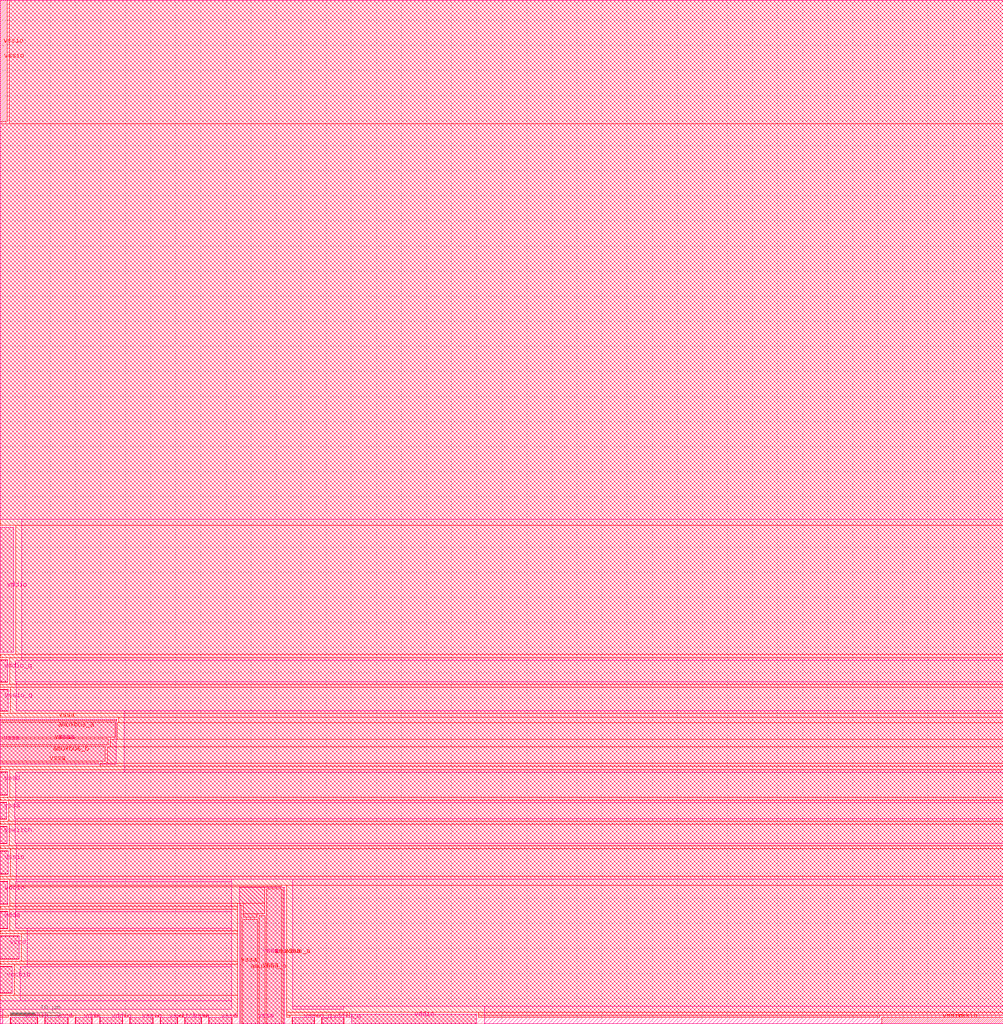
<source format=lef>
VERSION 5.3 ;
   NAMESCASESENSITIVE ON ;
   NOWIREEXTENSIONATPIN ON ;
   DIVIDERCHAR "/" ;
   BUSBITCHARS "[]" ;
UNITS
   DATABASE MICRONS 1000 ;
END UNITS

MACRO sky130_fd_io__gpiov2_pad
   CLASS PAD INOUT ;
   FOREIGN sky130_fd_io__gpiov2_pad ;
   ORIGIN -0.0000 -0.0000 ;
   SIZE 80.0000 BY 197.9650 ;
   PIN amuxbus_a
      PORT
         LAYER met4 ;
	    RECT 0.0000 51.0900 36.4400 54.0700 ;
      END
      PORT
         LAYER met4 ;
	    RECT 38.7600 51.0900 80.0000 54.0700 ;
      END
   END amuxbus_a
   PIN amuxbus_b
      PORT
         LAYER met4 ;
	    RECT 0.0000 46.3300 52.1450 49.3100 ;
      END
      PORT
         LAYER met4 ;
	    RECT 54.4650 46.3300 80.0000 49.3100 ;
      END
   END amuxbus_b
   PIN analog_en
      PORT
         LAYER met1 ;
	    RECT 62.4300 -2.0350 62.6900 -0.7300 ;
      END
   END analog_en
   PIN analog_pol
      PORT
         LAYER met3 ;
	    RECT 45.8650 -2.0350 46.1950 34.7700 ;
      END
   END analog_pol
   PIN analog_sel
      PORT
         LAYER met2 ;
	    RECT 30.7500 -2.0350 31.0100 0.2300 ;
      END
   END analog_sel
   PIN dm<2>
      PORT
         LAYER met2 ;
	    RECT 28.4900 -2.0350 28.7500 2.0350 ;
      END
   END dm<2>
   PIN dm<1>
      PORT
         LAYER met2 ;
	    RECT 66.8350 -2.0350 67.0950 -0.8400 ;
      END
   END dm<1>
   PIN dm<0>
      PORT
         LAYER met2 ;
	    RECT 49.8550 -2.0350 50.1150 -1.4900 ;
      END
   END dm<0>
   PIN enable_h
      PORT
         LAYER met2 ;
	    RECT 35.4600 -2.0350 35.7200 -0.4850 ;
      END
   END enable_h
   PIN enable_inp_h
      PORT
         LAYER met2 ;
	    RECT 38.3900 -2.0350 38.6500 1.0550 ;
      END
   END enable_inp_h
   PIN enable_vdda_h
      PORT
         LAYER met2 ;
	    RECT 12.7550 -2.0350 13.0150 3.3150 ;
      END
   END enable_vdda_h
   PIN enable_vddio
      PORT
         LAYER met3 ;
	    RECT 78.5800 -2.0350 78.9100 182.7400 ;
      END
   END enable_vddio
   PIN enable_vswitch_h
      PORT
         LAYER met2 ;
	    RECT 16.3100 -2.0350 16.5700 0.2850 ;
      END
   END enable_vswitch_h
   PIN hld_h_n
      PORT
         LAYER met2 ;
	    RECT 31.8150 -2.0350 32.0750 1.3050 ;
      END
   END hld_h_n
   PIN hld_ovr
      PORT
         LAYER met2 ;
	    RECT 26.6000 -2.0350 26.8600 0.6700 ;
      END
   END hld_ovr
   PIN ib_mode_sel
      PORT
         LAYER met2 ;
	    RECT 5.4200 -2.0350 5.6500 2.4400 ;
      END
   END ib_mode_sel
   PIN in
      PORT
         LAYER met3 ;
	    RECT 79.2400 -2.0350 79.5700 187.5250 ;
      END
   END in
   PIN in_h
      PORT
         LAYER met3 ;
	    RECT 0.4000 -2.0350 1.0200 176.4500 ;
      END
   END in_h
   PIN inp_dis
      PORT
         LAYER met2 ;
	    RECT 45.2450 -2.0350 45.5050 3.0550 ;
      END
   END inp_dis
   PIN oe_n
      PORT
         LAYER met2 ;
	    RECT 3.3750 -2.0350 3.6050 2.4400 ;
      END
   END oe_n
   PIN out
      PORT
         LAYER met2 ;
	    RECT 22.3550 -2.0350 22.6150 4.3900 ;
      END
   END out
   PIN pad
      PORT
         LAYER met5 ;
	    RECT 11.2000 102.5250 73.8000 164.9750 ;
      END
   END pad
   PIN pad_a_esd_0_h
      PORT
         LAYER met2 ;
	    RECT 76.2800 -2.0350 76.9200 0.0200 ;
      END
   END pad_a_esd_0_h
   PIN pad_a_esd_1_h
      PORT
         LAYER met2 ;
	    RECT 68.2750 -2.0350 68.9250 0.2350 ;
      END
   END pad_a_esd_1_h
   PIN pad_a_noesd_h
      PORT
         LAYER met3 ;
	    RECT 62.8200 -2.0350 63.8900 7.6700 ;
      END
   END pad_a_noesd_h
   PIN slow
      PORT
         LAYER met2 ;
	    RECT 77.6100 -2.0350 77.8700 -0.8500 ;
      END
   END slow
   PIN tie_hi_esd
      PORT
         LAYER met2 ;
	    RECT 78.7050 -2.0350 78.9050 -0.8200 ;
      END
   END tie_hi_esd
   PIN tie_lo_esd
      PORT
         LAYER met2 ;
	    RECT 79.7150 -2.0350 79.9150 175.8350 ;
      END
   END tie_lo_esd
   PIN vccd
      PORT
         LAYER met5 ;
	    RECT 0.0000 6.9500 1.2700 11.4000 ;
      END
      PORT
         LAYER met4 ;
	    RECT 0.0000 6.8500 1.2700 11.5000 ;
      END
      PORT
         LAYER met5 ;
	    RECT 78.7300 6.9500 80.0000 11.4000 ;
      END
      PORT
         LAYER met4 ;
	    RECT 78.7300 6.8500 80.0000 11.5000 ;
      END
   END vccd
   PIN vcchib
      PORT
         LAYER met5 ;
	    RECT 0.0000 0.1000 1.2700 5.3500 ;
      END
      PORT
         LAYER met4 ;
	    RECT 0.0000 0.0000 1.2700 5.4500 ;
      END
      PORT
         LAYER met5 ;
	    RECT 78.7300 0.1000 80.0000 5.3500 ;
      END
      PORT
         LAYER met4 ;
	    RECT 78.7300 0.0000 80.0000 5.4500 ;
      END
   END vcchib
   PIN vdda
      PORT
         LAYER met5 ;
	    RECT 0.0000 13.0000 0.9650 16.2500 ;
      END
      PORT
         LAYER met4 ;
	    RECT 0.0000 12.9000 0.9650 16.3500 ;
      END
      PORT
         LAYER met5 ;
	    RECT 78.9700 13.0000 80.0000 16.2500 ;
      END
      PORT
         LAYER met4 ;
	    RECT 78.9700 12.9000 80.0000 16.3500 ;
      END
   END vdda
   PIN vddio
      PORT
         LAYER met5 ;
	    RECT 0.0000 68.0000 1.2700 92.9500 ;
      END
      PORT
         LAYER met5 ;
	    RECT 0.0000 17.8500 1.2700 22.3000 ;
      END
      PORT
         LAYER met4 ;
	    RECT 0.0000 17.7500 1.2700 22.4000 ;
      END
      PORT
         LAYER met4 ;
	    RECT 0.0000 68.0000 1.2700 92.9650 ;
      END
      PORT
         LAYER met5 ;
	    RECT 78.7300 68.0000 80.0000 92.9500 ;
      END
      PORT
         LAYER met5 ;
	    RECT 78.7300 17.8500 80.0000 22.3000 ;
      END
      PORT
         LAYER met4 ;
	    RECT 78.7300 17.7500 80.0000 22.4000 ;
      END
      PORT
         LAYER met4 ;
	    RECT 78.7300 68.0000 80.0000 92.9650 ;
      END
   END vddio
   PIN vddio_q
      PORT
         LAYER met5 ;
	    RECT 0.0000 62.1500 1.2700 66.4000 ;
      END
      PORT
         LAYER met4 ;
	    RECT 0.0000 62.0500 1.2700 66.5000 ;
      END
      PORT
         LAYER met5 ;
	    RECT 78.7300 62.1500 80.0000 66.4000 ;
      END
      PORT
         LAYER met4 ;
	    RECT 78.7300 62.0500 80.0000 66.5000 ;
      END
   END vddio_q
   PIN vssa
      PORT
         LAYER met5 ;
	    RECT 0.0000 45.7000 1.2700 54.7000 ;
      END
      PORT
         LAYER met5 ;
	    RECT 0.0000 34.8050 1.2700 38.0500 ;
      END
      PORT
         LAYER met4 ;
	    RECT 0.0000 45.7000 2.6100 46.0300 ;
      END
      PORT
         LAYER met4 ;
	    RECT 0.0000 49.6100 1.2700 50.7900 ;
      END
      PORT
         LAYER met4 ;
	    RECT 0.0000 54.3700 2.6100 54.7000 ;
      END
      PORT
         LAYER met4 ;
	    RECT 0.0000 34.7000 1.2700 38.1500 ;
      END
      PORT
         LAYER met5 ;
	    RECT 78.7300 45.7000 80.0000 54.7000 ;
      END
      PORT
         LAYER met5 ;
	    RECT 78.7300 34.8050 80.0000 38.0500 ;
      END
      PORT
         LAYER met4 ;
	    RECT 78.7300 49.6100 80.0000 50.7900 ;
      END
      PORT
         LAYER met4 ;
	    RECT 47.0900 54.3700 80.0000 54.7000 ;
      END
      PORT
         LAYER met4 ;
	    RECT 47.0900 45.7000 80.0000 46.0300 ;
      END
      PORT
         LAYER met4 ;
	    RECT 78.7300 34.7000 80.0000 38.1500 ;
      END
   END vssa
   PIN vssd
      PORT
         LAYER met5 ;
	    RECT 0.0000 39.6500 1.2700 44.1000 ;
      END
      PORT
         LAYER met4 ;
	    RECT 0.0000 39.5500 1.2700 44.2000 ;
      END
      PORT
         LAYER met5 ;
	    RECT 78.7300 39.6500 80.0000 44.1000 ;
      END
      PORT
         LAYER met4 ;
	    RECT 78.7300 39.5500 80.0000 44.2000 ;
      END
   END vssd
   PIN vssio
      PORT
         LAYER met4 ;
	    RECT 0.0000 173.7500 0.8100 197.9650 ;
      END
      PORT
         LAYER met5 ;
	    RECT 0.0000 23.9000 1.2700 28.3500 ;
      END
      PORT
         LAYER met4 ;
	    RECT 0.0000 173.7500 1.2700 197.9650 ;
      END
      PORT
         LAYER met4 ;
	    RECT 0.0000 23.8000 1.2700 28.4500 ;
      END
      PORT
         LAYER met4 ;
	    RECT 78.9700 173.7500 80.0000 197.9650 ;
      END
      PORT
         LAYER met5 ;
	    RECT 78.7300 23.9000 80.0000 28.3500 ;
      END
      PORT
         LAYER met4 ;
	    RECT 78.7300 23.8000 80.0000 28.4500 ;
      END
      PORT
         LAYER met4 ;
	    RECT 78.7300 173.7500 80.0000 197.9650 ;
      END
   END vssio
   PIN vssio_q
      PORT
         LAYER met5 ;
	    RECT 0.0000 56.3000 1.2700 60.5500 ;
      END
      PORT
         LAYER met4 ;
	    RECT 0.0000 56.2000 1.2700 60.6500 ;
      END
      PORT
         LAYER met5 ;
	    RECT 78.7300 56.3000 80.0000 60.5500 ;
      END
      PORT
         LAYER met4 ;
	    RECT 78.7300 56.2000 80.0000 60.6500 ;
      END
   END vssio_q
   PIN vswitch
      PORT
         LAYER met5 ;
	    RECT 0.0000 29.9500 1.2700 33.2000 ;
      END
      PORT
         LAYER met4 ;
	    RECT 0.0000 29.8500 1.2700 33.3000 ;
      END
      PORT
         LAYER met5 ;
	    RECT 78.7300 29.9500 80.0000 33.2000 ;
      END
      PORT
         LAYER met4 ;
	    RECT 78.7300 29.8500 80.0000 33.3000 ;
      END
   END vswitch
   PIN vtrip_sel
      PORT
         LAYER met2 ;
	    RECT 6.1300 -2.0350 6.3900 -0.4850 ;
      END
   END vtrip_sel
   OBS
         LAYER li1 ;
	    RECT -0.1600 -1.8050 80.1600 197.6700 ;
         LAYER met1 ;
	    RECT -0.1450 -0.4500 80.1450 197.9650 ;
	    RECT -0.1450 -1.7750 62.1500 -0.4500 ;
	    RECT 62.9700 -1.7750 80.1450 -0.4500 ;
         LAYER met2 ;
	    RECT 0.2100 176.1150 79.9150 197.9650 ;
	    RECT 0.2100 4.6700 79.4350 176.1150 ;
	    RECT 0.2100 3.5950 22.0750 4.6700 ;
	    RECT 0.2100 2.7200 12.4750 3.5950 ;
	    RECT 0.2100 -1.7850 3.0950 2.7200 ;
	    RECT 3.8850 -1.7850 5.1400 2.7200 ;
	    RECT 5.9300 -0.2050 12.4750 2.7200 ;
	    RECT 6.6700 -1.7850 12.4750 -0.2050 ;
	    RECT 13.2950 0.5650 22.0750 3.5950 ;
	    RECT 13.2950 -1.7850 16.0300 0.5650 ;
	    RECT 16.8500 -1.7850 22.0750 0.5650 ;
	    RECT 22.8950 3.3350 79.4350 4.6700 ;
	    RECT 22.8950 2.3150 44.9650 3.3350 ;
	    RECT 22.8950 0.9500 28.2100 2.3150 ;
	    RECT 22.8950 -1.7850 26.3200 0.9500 ;
	    RECT 27.1400 -1.7850 28.2100 0.9500 ;
	    RECT 29.0300 1.5850 44.9650 2.3150 ;
	    RECT 29.0300 0.5100 31.5350 1.5850 ;
	    RECT 29.0300 -1.7850 30.4700 0.5100 ;
	    RECT 31.2900 -1.7850 31.5350 0.5100 ;
	    RECT 32.3550 1.3350 44.9650 1.5850 ;
	    RECT 32.3550 -0.2050 38.1100 1.3350 ;
	    RECT 32.3550 -1.7850 35.1800 -0.2050 ;
	    RECT 36.0000 -1.7850 38.1100 -0.2050 ;
	    RECT 38.9300 -1.7850 44.9650 1.3350 ;
	    RECT 45.7850 0.5150 79.4350 3.3350 ;
	    RECT 45.7850 -0.5600 67.9950 0.5150 ;
	    RECT 45.7850 -1.2100 66.5550 -0.5600 ;
	    RECT 45.7850 -1.7850 49.5750 -1.2100 ;
	    RECT 50.3950 -1.7850 66.5550 -1.2100 ;
	    RECT 67.3750 -1.7850 67.9950 -0.5600 ;
	    RECT 69.2050 0.3000 79.4350 0.5150 ;
	    RECT 69.2050 -1.7850 76.0000 0.3000 ;
	    RECT 77.2000 -0.5400 79.4350 0.3000 ;
	    RECT 77.2000 -0.5700 78.4250 -0.5400 ;
	    RECT 77.2000 -1.7850 77.3300 -0.5700 ;
	    RECT 78.1500 -1.7850 78.4250 -0.5700 ;
	    RECT 79.1850 -1.7850 79.4350 -0.5400 ;
         LAYER met3 ;
	    RECT 0.4000 187.9250 79.5700 197.9650 ;
	    RECT 0.4000 183.1400 78.8400 187.9250 ;
	    RECT 0.4000 176.8500 78.1800 183.1400 ;
	    RECT 1.4200 35.1700 78.1800 176.8500 ;
	    RECT 1.4200 -1.7900 45.4650 35.1700 ;
	    RECT 46.5950 8.0700 78.1800 35.1700 ;
	    RECT 46.5950 -1.7900 62.4200 8.0700 ;
	    RECT 64.2900 -1.7900 78.1800 8.0700 ;
         LAYER met4 ;
	    RECT 1.6700 173.3500 78.3300 197.9650 ;
	    RECT 0.9650 93.3650 78.9700 173.3500 ;
	    RECT 1.6700 67.6000 78.3300 93.3650 ;
	    RECT 0.9650 66.9000 78.9700 67.6000 ;
	    RECT 1.6700 61.6500 78.3300 66.9000 ;
	    RECT 0.9650 61.0500 78.9700 61.6500 ;
	    RECT 1.6700 55.8000 78.3300 61.0500 ;
	    RECT 0.9650 55.1000 78.9700 55.8000 ;
	    RECT 3.0100 54.4700 46.6900 55.1000 ;
	    RECT 36.8400 50.6900 38.3600 54.4700 ;
	    RECT 1.6700 49.7100 78.3300 50.6900 ;
	    RECT 52.5450 46.4300 54.0650 49.7100 ;
	    RECT 3.0100 45.3000 46.6900 45.9300 ;
	    RECT 0.9650 44.6000 78.9700 45.3000 ;
	    RECT 1.6700 39.1500 78.3300 44.6000 ;
	    RECT 0.9650 38.5500 78.9700 39.1500 ;
	    RECT 1.6700 34.3000 78.3300 38.5500 ;
	    RECT 0.9650 33.7000 78.9700 34.3000 ;
	    RECT 1.6700 29.4500 78.3300 33.7000 ;
	    RECT 0.9650 28.8500 78.9700 29.4500 ;
	    RECT 1.6700 23.4000 78.3300 28.8500 ;
	    RECT 0.9650 22.8000 78.9700 23.4000 ;
	    RECT 1.6700 17.3500 78.3300 22.8000 ;
	    RECT 0.9650 16.7500 78.9700 17.3500 ;
	    RECT 1.3650 12.5000 78.5700 16.7500 ;
	    RECT 0.9650 11.9000 78.9700 12.5000 ;
	    RECT 1.6700 6.4500 78.3300 11.9000 ;
	    RECT 0.9650 5.8500 78.9700 6.4500 ;
	    RECT 1.6700 -0.4000 78.3300 5.8500 ;
	    RECT 0.9650 -1.5000 78.9700 -0.4000 ;
         LAYER met5 ;
	    RECT 0.0000 166.5750 80.0000 197.9650 ;
	    RECT 0.0000 100.9250 9.6000 166.5750 ;
	    RECT 75.4000 100.9250 80.0000 166.5750 ;
	    RECT 0.0000 94.5500 80.0000 100.9250 ;
	    RECT 2.8700 16.2500 77.1300 94.5500 ;
	    RECT 2.5650 13.0000 77.3700 16.2500 ;
	    RECT 2.8700 0.1000 77.1300 13.0000 ;
   END
END sky130_fd_io__gpiov2_pad
MACRO sky130_fd_io__vddio_lvc_pad
   CLASS PAD POWER ;
   FOREIGN sky130_fd_io__vddio_lvc_pad ;
   ORIGIN -0.0000 -0.0000 ;
   SIZE 75.0000 BY 197.9650 ;
   PIN amuxbus_a
      PORT
         LAYER met4 ;
	    RECT 0.0000 51.0900 75.0000 54.0700 ;
      END
      PORT
         LAYER met4 ;
	    RECT 0.0000 51.0900 1.2700 54.0700 ;
      END
   END amuxbus_a
   PIN amuxbus_b
      PORT
         LAYER met4 ;
	    RECT 0.0000 46.3300 75.0000 49.3100 ;
      END
      PORT
         LAYER met4 ;
	    RECT 0.0000 46.3300 1.2700 49.3100 ;
      END
   END amuxbus_b
   PIN drn_lvc1
      PORT
         LAYER met3 ;
	    RECT 26.0000 -0.0350 36.8800 20.1850 ;
      END
   END drn_lvc1
   PIN drn_lvc2
      PORT
         LAYER met3 ;
	    RECT 38.3800 -0.0350 49.2550 22.8650 ;
      END
   END drn_lvc2
   PIN src_bdy_lvc1
      PORT
         LAYER met2 ;
	    RECT 0.5000 -0.0350 20.4950 1.4500 ;
      END
   END src_bdy_lvc1
   PIN src_bdy_lvc2
      PORT
         LAYER met2 ;
	    RECT 54.7150 -0.0350 74.7000 3.6250 ;
      END
   END src_bdy_lvc2
   PIN bdy2_b2b
      PORT
         LAYER met2 ;
	    RECT 34.4400 -0.0350 44.4400 0.2900 ;
      END
   END bdy2_b2b
   PIN vssi
      PORT
         LAYER met1 ;
	    RECT 34.3350 0.4750 35.3350 0.9750 ;
      END
   END vssi
   PIN vssa
      PORT
         LAYER met5 ;
	    RECT 73.7300 45.7000 75.0000 54.7000 ;
      END
      PORT
         LAYER met5 ;
	    RECT 73.7300 34.8050 75.0000 38.0500 ;
      END
      PORT
         LAYER met5 ;
	    RECT 0.0000 45.7000 1.2700 54.7000 ;
      END
      PORT
         LAYER met5 ;
	    RECT 0.0000 34.8050 1.2700 38.0500 ;
      END
      PORT
         LAYER met4 ;
	    RECT 73.7300 49.6100 75.0000 50.7900 ;
      END
      PORT
         LAYER met4 ;
	    RECT 0.0000 54.3700 75.0000 54.7000 ;
      END
      PORT
         LAYER met4 ;
	    RECT 0.0000 45.7000 75.0000 46.0300 ;
      END
      PORT
         LAYER met4 ;
	    RECT 73.7300 34.7000 75.0000 38.1500 ;
      END
      PORT
         LAYER met4 ;
	    RECT 0.0000 45.7000 1.2700 46.0300 ;
      END
      PORT
         LAYER met4 ;
	    RECT 0.0000 49.6100 1.2700 50.7900 ;
      END
      PORT
         LAYER met4 ;
	    RECT 0.0000 54.3700 1.2700 54.7000 ;
      END
      PORT
         LAYER met4 ;
	    RECT 0.0000 34.7000 1.2700 38.1500 ;
      END
   END vssa
   PIN vdda
      PORT
         LAYER met5 ;
	    RECT 74.0350 13.0000 75.0000 16.2500 ;
      END
      PORT
         LAYER met5 ;
	    RECT 0.0000 13.0000 0.9650 16.2500 ;
      END
      PORT
         LAYER met4 ;
	    RECT 74.0350 12.9000 75.0000 16.3500 ;
      END
      PORT
         LAYER met4 ;
	    RECT 0.0000 12.9000 0.9650 16.3500 ;
      END
   END vdda
   PIN vswitch
      PORT
         LAYER met5 ;
	    RECT 73.7300 29.9500 75.0000 33.2000 ;
      END
      PORT
         LAYER met5 ;
	    RECT 0.0000 29.9500 1.2700 33.2000 ;
      END
      PORT
         LAYER met4 ;
	    RECT 73.7300 29.8500 75.0000 33.3000 ;
      END
      PORT
         LAYER met4 ;
	    RECT 0.0000 29.8500 1.2700 33.3000 ;
      END
   END vswitch
   PIN vddio_q
      PORT
         LAYER met5 ;
	    RECT 73.7300 62.1500 75.0000 66.4000 ;
      END
      PORT
         LAYER met5 ;
	    RECT 0.0000 62.1500 1.2700 66.4000 ;
      END
      PORT
         LAYER met4 ;
	    RECT 73.7300 62.0500 75.0000 66.5000 ;
      END
      PORT
         LAYER met4 ;
	    RECT 0.0000 62.0500 1.2700 66.5000 ;
      END
   END vddio_q
   PIN vcchib
      PORT
         LAYER met5 ;
	    RECT 73.7300 0.1000 75.0000 5.3500 ;
      END
      PORT
         LAYER met5 ;
	    RECT 0.0000 0.1000 1.2700 5.3500 ;
      END
      PORT
         LAYER met4 ;
	    RECT 73.7300 0.0000 75.0000 5.4500 ;
      END
      PORT
         LAYER met4 ;
	    RECT 0.0000 0.0000 1.2700 5.4500 ;
      END
   END vcchib
   PIN vddio
      PORT
         LAYER met5 ;
	    RECT 9.3150 100.1050 65.9550 167.5350 ;
      END
      PORT
         LAYER met3 ;
	    RECT 50.7550 -0.0350 74.7000 17.7650 ;
      END
      PORT
         LAYER met3 ;
	    RECT 0.5000 -0.0350 24.5000 17.7650 ;
      END
      PORT
         LAYER met5 ;
	    RECT 73.7300 68.0000 75.0000 92.9500 ;
      END
      PORT
         LAYER met5 ;
	    RECT 73.7300 17.8500 75.0000 22.3000 ;
      END
      PORT
         LAYER met5 ;
	    RECT 0.0000 68.0000 1.2700 92.9500 ;
      END
      PORT
         LAYER met5 ;
	    RECT 0.0000 17.8500 1.2700 22.3000 ;
      END
      PORT
         LAYER met4 ;
	    RECT 73.7300 17.7500 75.0000 22.4000 ;
      END
      PORT
         LAYER met4 ;
	    RECT 73.7300 68.0000 75.0000 92.9650 ;
      END
      PORT
         LAYER met4 ;
	    RECT 0.0000 17.7500 1.2700 22.4000 ;
      END
      PORT
         LAYER met4 ;
	    RECT 0.0000 68.0000 1.2700 92.9650 ;
      END
   END vddio
   PIN vccd
      PORT
         LAYER met5 ;
	    RECT 73.7300 6.9500 75.0000 11.4000 ;
      END
      PORT
         LAYER met5 ;
	    RECT 0.0000 6.9500 1.2700 11.4000 ;
      END
      PORT
         LAYER met4 ;
	    RECT 73.7300 6.8500 75.0000 11.5000 ;
      END
      PORT
         LAYER met4 ;
	    RECT 0.0000 6.8500 1.2700 11.5000 ;
      END
   END vccd
   PIN vssio
      PORT
         LAYER met5 ;
	    RECT 73.7300 23.9000 75.0000 28.3500 ;
      END
      PORT
         LAYER met5 ;
	    RECT 0.0000 23.9000 1.2700 28.3500 ;
      END
      PORT
         LAYER met4 ;
	    RECT 73.7300 23.8000 75.0000 28.4500 ;
      END
      PORT
         LAYER met4 ;
	    RECT 73.7300 173.7500 75.0000 197.9650 ;
      END
      PORT
         LAYER met4 ;
	    RECT 0.0000 173.7500 1.2700 197.9650 ;
      END
      PORT
         LAYER met4 ;
	    RECT 0.0000 23.8000 1.2700 28.4500 ;
      END
   END vssio
   PIN vssd
      PORT
         LAYER met5 ;
	    RECT 73.7300 39.6500 75.0000 44.1000 ;
      END
      PORT
         LAYER met5 ;
	    RECT 0.0000 39.6500 1.2700 44.1000 ;
      END
      PORT
         LAYER met4 ;
	    RECT 73.7300 39.5500 75.0000 44.2000 ;
      END
      PORT
         LAYER met4 ;
	    RECT 0.0000 39.5500 1.2700 44.2000 ;
      END
   END vssd
   PIN vssio_q
      PORT
         LAYER met5 ;
	    RECT 73.7300 56.3000 75.0000 60.5500 ;
      END
      PORT
         LAYER met5 ;
	    RECT 0.0000 56.3000 1.2700 60.5500 ;
      END
      PORT
         LAYER met4 ;
	    RECT 73.7300 56.2000 75.0000 60.6500 ;
      END
      PORT
         LAYER met4 ;
	    RECT 0.0000 56.2000 1.2700 60.6500 ;
      END
   END vssio_q
   OBS
         LAYER li1 ;
	    RECT 0.2400 0.9850 74.7550 197.7450 ;
         LAYER met1 ;
	    RECT 0.1200 1.2550 74.7850 197.8050 ;
	    RECT 0.1200 0.1950 34.0550 1.2550 ;
	    RECT 35.6150 0.1950 74.7850 1.2550 ;
	    RECT 0.1200 -0.0350 74.7850 0.1950 ;
         LAYER met2 ;
	    RECT 0.4900 3.9050 74.7000 194.3950 ;
	    RECT 0.4900 1.7300 54.4350 3.9050 ;
	    RECT 20.7750 0.5700 54.4350 1.7300 ;
	    RECT 20.7750 -0.0350 34.1600 0.5700 ;
	    RECT 44.7200 -0.0350 54.4350 0.5700 ;
         LAYER met3 ;
	    RECT 0.4900 23.2650 74.7000 189.4800 ;
	    RECT 0.4900 20.5850 37.9800 23.2650 ;
	    RECT 0.4900 18.1650 25.6000 20.5850 ;
	    RECT 24.9000 0.0000 25.6000 18.1650 ;
	    RECT 37.2800 0.0000 37.9800 20.5850 ;
	    RECT 49.6550 18.1650 74.7000 23.2650 ;
	    RECT 49.6550 0.0000 50.3550 18.1650 ;
         LAYER met4 ;
	    RECT 1.6700 173.3500 73.3300 197.9650 ;
	    RECT 0.9650 93.3650 74.0350 173.3500 ;
	    RECT 1.6700 67.6000 73.3300 93.3650 ;
	    RECT 0.9650 66.9000 74.0350 67.6000 ;
	    RECT 1.6700 61.6500 73.3300 66.9000 ;
	    RECT 0.9650 61.0500 74.0350 61.6500 ;
	    RECT 1.6700 55.8000 73.3300 61.0500 ;
	    RECT 0.9650 55.1000 74.0350 55.8000 ;
	    RECT 1.6700 49.7100 73.3300 50.6900 ;
	    RECT 0.9650 44.6000 74.0350 45.3000 ;
	    RECT 1.6700 39.1500 73.3300 44.6000 ;
	    RECT 0.9650 38.5500 74.0350 39.1500 ;
	    RECT 1.6700 34.3000 73.3300 38.5500 ;
	    RECT 0.9650 33.7000 74.0350 34.3000 ;
	    RECT 1.6700 29.4500 73.3300 33.7000 ;
	    RECT 0.9650 28.8500 74.0350 29.4500 ;
	    RECT 1.6700 23.4000 73.3300 28.8500 ;
	    RECT 0.9650 22.8000 74.0350 23.4000 ;
	    RECT 1.6700 17.3500 73.3300 22.8000 ;
	    RECT 0.9650 16.7500 74.0350 17.3500 ;
	    RECT 1.3650 12.5000 73.6350 16.7500 ;
	    RECT 0.9650 11.9000 74.0350 12.5000 ;
	    RECT 1.6700 6.4500 73.3300 11.9000 ;
	    RECT 0.9650 5.8500 74.0350 6.4500 ;
	    RECT 1.6700 0.0000 73.3300 5.8500 ;
         LAYER met5 ;
	    RECT 0.0000 169.1350 75.0000 197.9650 ;
	    RECT 0.0000 98.5050 7.7150 169.1350 ;
	    RECT 67.5550 98.5050 75.0000 169.1350 ;
	    RECT 0.0000 94.5500 75.0000 98.5050 ;
	    RECT 2.8700 16.2500 72.1300 94.5500 ;
	    RECT 2.5650 13.0000 72.4350 16.2500 ;
	    RECT 2.8700 0.1000 72.1300 13.0000 ;
   END
END sky130_fd_io__vddio_lvc_pad
MACRO sky130_fd_io__vddio_hvc_pad
   CLASS PAD POWER ;
   FOREIGN sky130_fd_io__vddio_hvc_pad ;
   ORIGIN -0.0000 -0.0000 ;
   SIZE 75.0000 BY 197.9650 ;
   PIN amuxbus_a
      PORT
         LAYER met4 ;
	    RECT 0.0000 51.0900 75.0000 54.0700 ;
      END
      PORT
         LAYER met4 ;
	    RECT 0.0000 51.0900 1.2700 54.0700 ;
      END
   END amuxbus_a
   PIN amuxbus_b
      PORT
         LAYER met4 ;
	    RECT 0.0000 46.3300 75.0000 49.3100 ;
      END
      PORT
         LAYER met4 ;
	    RECT 0.0000 46.3300 1.2700 49.3100 ;
      END
   END amuxbus_b
   PIN drn_hvc
      PORT
         LAYER met2 ;
	    RECT 50.3900 -2.0350 74.2900 23.6250 ;
      END
      PORT
         LAYER met3 ;
	    RECT 37.8900 -2.0350 48.8900 10.3450 ;
      END
   END drn_hvc
   PIN src_bdy_hvc
      PORT
         LAYER met2 ;
	    RECT 0.4950 -2.0350 24.3950 0.0200 ;
      END
      PORT
         LAYER met3 ;
	    RECT 25.8950 -2.0350 36.8950 10.3900 ;
      END
   END src_bdy_hvc
   PIN vssa
      PORT
         LAYER met5 ;
	    RECT 73.7300 45.7000 75.0000 54.7000 ;
      END
      PORT
         LAYER met5 ;
	    RECT 73.7300 34.8050 75.0000 38.0500 ;
      END
      PORT
         LAYER met5 ;
	    RECT 0.0000 45.7000 1.2700 54.7000 ;
      END
      PORT
         LAYER met5 ;
	    RECT 0.0000 34.8050 1.2700 38.0500 ;
      END
      PORT
         LAYER met4 ;
	    RECT 73.7300 49.6100 75.0000 50.7900 ;
      END
      PORT
         LAYER met4 ;
	    RECT 0.0000 54.3700 75.0000 54.7000 ;
      END
      PORT
         LAYER met4 ;
	    RECT 0.0000 45.7000 75.0000 46.0300 ;
      END
      PORT
         LAYER met4 ;
	    RECT 73.7300 34.7000 75.0000 38.1500 ;
      END
      PORT
         LAYER met4 ;
	    RECT 0.0000 45.7000 1.2700 46.0300 ;
      END
      PORT
         LAYER met4 ;
	    RECT 0.0000 49.6100 1.2700 50.7900 ;
      END
      PORT
         LAYER met4 ;
	    RECT 0.0000 54.3700 1.2700 54.7000 ;
      END
      PORT
         LAYER met4 ;
	    RECT 0.0000 34.7000 1.2700 38.1500 ;
      END
   END vssa
   PIN vdda
      PORT
         LAYER met5 ;
	    RECT 74.0350 13.0000 75.0000 16.2500 ;
      END
      PORT
         LAYER met5 ;
	    RECT 0.0000 13.0000 0.9650 16.2500 ;
      END
      PORT
         LAYER met4 ;
	    RECT 74.0350 12.9000 75.0000 16.3500 ;
      END
      PORT
         LAYER met4 ;
	    RECT 0.0000 12.9000 0.9650 16.3500 ;
      END
   END vdda
   PIN vswitch
      PORT
         LAYER met5 ;
	    RECT 73.7300 29.9500 75.0000 33.2000 ;
      END
      PORT
         LAYER met5 ;
	    RECT 0.0000 29.9500 1.2700 33.2000 ;
      END
      PORT
         LAYER met4 ;
	    RECT 73.7300 29.8500 75.0000 33.3000 ;
      END
      PORT
         LAYER met4 ;
	    RECT 0.0000 29.8500 1.2700 33.3000 ;
      END
   END vswitch
   PIN vddio_q
      PORT
         LAYER met5 ;
	    RECT 73.7300 62.1500 75.0000 66.4000 ;
      END
      PORT
         LAYER met5 ;
	    RECT 0.0000 62.1500 1.2700 66.4000 ;
      END
      PORT
         LAYER met4 ;
	    RECT 73.7300 62.0500 75.0000 66.5000 ;
      END
      PORT
         LAYER met4 ;
	    RECT 0.0000 62.0500 1.2700 66.5000 ;
      END
   END vddio_q
   PIN vcchib
      PORT
         LAYER met5 ;
	    RECT 73.7300 0.1000 75.0000 5.3500 ;
      END
      PORT
         LAYER met5 ;
	    RECT 0.0000 0.1000 1.2700 5.3500 ;
      END
      PORT
         LAYER met4 ;
	    RECT 73.7300 0.0000 75.0000 5.4500 ;
      END
      PORT
         LAYER met4 ;
	    RECT 0.0000 0.0000 1.2700 5.4500 ;
      END
   END vcchib
   PIN vddio
      PORT
         LAYER met5 ;
	    RECT 6.1000 101.9750 68.8000 164.5900 ;
      END
      PORT
         LAYER met3 ;
	    RECT 50.3900 -2.0350 74.2900 88.1500 ;
      END
      PORT
         LAYER met3 ;
	    RECT 0.4950 -2.0350 24.3950 30.4800 ;
      END
      PORT
         LAYER met5 ;
	    RECT 73.7300 68.0000 75.0000 92.9500 ;
      END
      PORT
         LAYER met5 ;
	    RECT 73.7300 17.8500 75.0000 22.3000 ;
      END
      PORT
         LAYER met5 ;
	    RECT 0.0000 68.0000 1.2700 92.9500 ;
      END
      PORT
         LAYER met5 ;
	    RECT 0.0000 17.8500 1.2700 22.3000 ;
      END
      PORT
         LAYER met4 ;
	    RECT 73.7300 17.7500 75.0000 22.4000 ;
      END
      PORT
         LAYER met4 ;
	    RECT 73.7300 68.0000 75.0000 92.9650 ;
      END
      PORT
         LAYER met4 ;
	    RECT 0.0000 17.7500 1.2700 22.4000 ;
      END
      PORT
         LAYER met4 ;
	    RECT 0.0000 68.0000 1.2700 92.9650 ;
      END
   END vddio
   PIN vccd
      PORT
         LAYER met5 ;
	    RECT 73.7300 6.9500 75.0000 11.4000 ;
      END
      PORT
         LAYER met5 ;
	    RECT 0.0000 6.9500 1.2700 11.4000 ;
      END
      PORT
         LAYER met4 ;
	    RECT 73.7300 6.8500 75.0000 11.5000 ;
      END
      PORT
         LAYER met4 ;
	    RECT 0.0000 6.8500 1.2700 11.5000 ;
      END
   END vccd
   PIN vssio
      PORT
         LAYER met4 ;
	    RECT 0.0000 173.7500 1.2050 197.9650 ;
      END
      PORT
         LAYER met4 ;
	    RECT 74.2250 173.7500 75.0000 197.9650 ;
      END
      PORT
         LAYER met5 ;
	    RECT 73.7300 23.9000 75.0000 28.3500 ;
      END
      PORT
         LAYER met5 ;
	    RECT 0.0000 23.9000 1.2700 28.3500 ;
      END
      PORT
         LAYER met4 ;
	    RECT 73.7300 23.8000 75.0000 28.4500 ;
      END
      PORT
         LAYER met4 ;
	    RECT 73.7300 173.7500 75.0000 197.9650 ;
      END
      PORT
         LAYER met4 ;
	    RECT 0.0000 173.7500 1.2700 197.9650 ;
      END
      PORT
         LAYER met4 ;
	    RECT 0.0000 23.8000 1.2700 28.4500 ;
      END
   END vssio
   PIN vssd
      PORT
         LAYER met5 ;
	    RECT 73.7300 39.6500 75.0000 44.1000 ;
      END
      PORT
         LAYER met5 ;
	    RECT 0.0000 39.6500 1.2700 44.1000 ;
      END
      PORT
         LAYER met4 ;
	    RECT 73.7300 39.5500 75.0000 44.2000 ;
      END
      PORT
         LAYER met4 ;
	    RECT 0.0000 39.5500 1.2700 44.2000 ;
      END
   END vssd
   PIN vssio_q
      PORT
         LAYER met5 ;
	    RECT 73.7300 56.3000 75.0000 60.5500 ;
      END
      PORT
         LAYER met5 ;
	    RECT 0.0000 56.3000 1.2700 60.5500 ;
      END
      PORT
         LAYER met4 ;
	    RECT 73.7300 56.2000 75.0000 60.6500 ;
      END
      PORT
         LAYER met4 ;
	    RECT 0.0000 56.2000 1.2700 60.6500 ;
      END
   END vssio_q
   OBS
         LAYER li1 ;
	    RECT 1.0700 -1.0350 72.7750 197.6600 ;
         LAYER met1 ;
	    RECT 0.1850 -1.0650 73.6200 197.6900 ;
         LAYER met2 ;
	    RECT 0.2650 23.9050 74.2900 193.0400 ;
	    RECT 0.2650 0.3000 50.1100 23.9050 ;
	    RECT 24.6750 -2.0350 50.1100 0.3000 ;
         LAYER met3 ;
	    RECT 0.2400 88.5500 74.2900 197.9650 ;
	    RECT 0.2400 30.8800 49.9900 88.5500 ;
	    RECT 24.7950 10.7900 49.9900 30.8800 ;
	    RECT 24.7950 10.3450 25.4950 10.7900 ;
	    RECT 37.2950 10.7450 49.9900 10.7900 ;
	    RECT 37.2950 10.3450 37.4900 10.7450 ;
	    RECT 49.2900 10.3450 49.9900 10.7450 ;
         LAYER met4 ;
	    RECT 1.6700 173.3500 73.3300 197.9650 ;
	    RECT 0.9650 93.3650 74.0350 173.3500 ;
	    RECT 1.6700 67.6000 73.3300 93.3650 ;
	    RECT 0.9650 66.9000 74.0350 67.6000 ;
	    RECT 1.6700 61.6500 73.3300 66.9000 ;
	    RECT 0.9650 61.0500 74.0350 61.6500 ;
	    RECT 1.6700 55.8000 73.3300 61.0500 ;
	    RECT 0.9650 55.1000 74.0350 55.8000 ;
	    RECT 1.6700 49.7100 73.3300 50.6900 ;
	    RECT 0.9650 44.6000 74.0350 45.3000 ;
	    RECT 1.6700 39.1500 73.3300 44.6000 ;
	    RECT 0.9650 38.5500 74.0350 39.1500 ;
	    RECT 1.6700 34.3000 73.3300 38.5500 ;
	    RECT 0.9650 33.7000 74.0350 34.3000 ;
	    RECT 1.6700 29.4500 73.3300 33.7000 ;
	    RECT 0.9650 28.8500 74.0350 29.4500 ;
	    RECT 1.6700 23.4000 73.3300 28.8500 ;
	    RECT 0.9650 22.8000 74.0350 23.4000 ;
	    RECT 1.6700 17.3500 73.3300 22.8000 ;
	    RECT 0.9650 16.7500 74.0350 17.3500 ;
	    RECT 1.3650 12.5000 73.6350 16.7500 ;
	    RECT 0.9650 11.9000 74.0350 12.5000 ;
	    RECT 1.6700 6.4500 73.3300 11.9000 ;
	    RECT 0.9650 5.8500 74.0350 6.4500 ;
	    RECT 1.6700 0.0000 73.3300 5.8500 ;
         LAYER met5 ;
	    RECT 0.0000 166.1900 75.0000 197.9650 ;
	    RECT 0.0000 100.3750 4.5000 166.1900 ;
	    RECT 70.4000 100.3750 75.0000 166.1900 ;
	    RECT 0.0000 94.5500 75.0000 100.3750 ;
	    RECT 2.8700 16.2500 72.1300 94.5500 ;
	    RECT 2.5650 13.0000 72.4350 16.2500 ;
	    RECT 2.8700 0.1000 72.1300 13.0000 ;
   END
END sky130_fd_io__vddio_hvc_pad
MACRO sky130_fd_io__vccd_hvc_pad
   CLASS PAD POWER ;
   FOREIGN sky130_fd_io__vccd_hvc_pad ;
   ORIGIN -0.0000 -0.0000 ;
   SIZE 75.0000 BY 197.9650 ;
   PIN amuxbus_a
      PORT
         LAYER met4 ;
	    RECT 0.0000 51.0900 75.0000 54.0700 ;
      END
      PORT
         LAYER met4 ;
	    RECT 0.0000 51.0900 1.2700 54.0700 ;
      END
   END amuxbus_a
   PIN amuxbus_b
      PORT
         LAYER met4 ;
	    RECT 0.0000 46.3300 75.0000 49.3100 ;
      END
      PORT
         LAYER met4 ;
	    RECT 0.0000 46.3300 1.2700 49.3100 ;
      END
   END amuxbus_b
   PIN drn_hvc
      PORT
         LAYER met2 ;
	    RECT 50.3900 -2.0350 74.2900 23.6250 ;
      END
      PORT
         LAYER met3 ;
	    RECT 37.8900 -2.0350 48.8900 10.3450 ;
      END
   END drn_hvc
   PIN src_bdy_hvc
      PORT
         LAYER met2 ;
	    RECT 0.4950 -2.0350 24.3950 0.0200 ;
      END
      PORT
         LAYER met3 ;
	    RECT 25.8950 -2.0350 36.8950 10.3900 ;
      END
   END src_bdy_hvc
   PIN vssa
      PORT
         LAYER met5 ;
	    RECT 73.7300 45.7000 75.0000 54.7000 ;
      END
      PORT
         LAYER met5 ;
	    RECT 73.7300 34.8050 75.0000 38.0500 ;
      END
      PORT
         LAYER met5 ;
	    RECT 0.0000 45.7000 1.2700 54.7000 ;
      END
      PORT
         LAYER met5 ;
	    RECT 0.0000 34.8050 1.2700 38.0500 ;
      END
      PORT
         LAYER met4 ;
	    RECT 73.7300 49.6100 75.0000 50.7900 ;
      END
      PORT
         LAYER met4 ;
	    RECT 0.0000 54.3700 75.0000 54.7000 ;
      END
      PORT
         LAYER met4 ;
	    RECT 0.0000 45.7000 75.0000 46.0300 ;
      END
      PORT
         LAYER met4 ;
	    RECT 73.7300 34.7000 75.0000 38.1500 ;
      END
      PORT
         LAYER met4 ;
	    RECT 0.0000 45.7000 1.2700 46.0300 ;
      END
      PORT
         LAYER met4 ;
	    RECT 0.0000 49.6100 1.2700 50.7900 ;
      END
      PORT
         LAYER met4 ;
	    RECT 0.0000 54.3700 1.2700 54.7000 ;
      END
      PORT
         LAYER met4 ;
	    RECT 0.0000 34.7000 1.2700 38.1500 ;
      END
   END vssa
   PIN vdda
      PORT
         LAYER met5 ;
	    RECT 74.0350 13.0000 75.0000 16.2500 ;
      END
      PORT
         LAYER met5 ;
	    RECT 0.0000 13.0000 0.9650 16.2500 ;
      END
      PORT
         LAYER met4 ;
	    RECT 74.0350 12.9000 75.0000 16.3500 ;
      END
      PORT
         LAYER met4 ;
	    RECT 0.0000 12.9000 0.9650 16.3500 ;
      END
   END vdda
   PIN vswitch
      PORT
         LAYER met5 ;
	    RECT 73.7300 29.9500 75.0000 33.2000 ;
      END
      PORT
         LAYER met5 ;
	    RECT 0.0000 29.9500 1.2700 33.2000 ;
      END
      PORT
         LAYER met4 ;
	    RECT 73.7300 29.8500 75.0000 33.3000 ;
      END
      PORT
         LAYER met4 ;
	    RECT 0.0000 29.8500 1.2700 33.3000 ;
      END
   END vswitch
   PIN vddio_q
      PORT
         LAYER met5 ;
	    RECT 73.7300 62.1500 75.0000 66.4000 ;
      END
      PORT
         LAYER met5 ;
	    RECT 0.0000 62.1500 1.2700 66.4000 ;
      END
      PORT
         LAYER met4 ;
	    RECT 73.7300 62.0500 75.0000 66.5000 ;
      END
      PORT
         LAYER met4 ;
	    RECT 0.0000 62.0500 1.2700 66.5000 ;
      END
   END vddio_q
   PIN vcchib
      PORT
         LAYER met5 ;
	    RECT 73.7300 0.1000 75.0000 5.3500 ;
      END
      PORT
         LAYER met5 ;
	    RECT 0.0000 0.1000 1.2700 5.3500 ;
      END
      PORT
         LAYER met4 ;
	    RECT 73.7300 0.0000 75.0000 5.4500 ;
      END
      PORT
         LAYER met4 ;
	    RECT 0.0000 0.0000 1.2700 5.4500 ;
      END
   END vcchib
   PIN vddio
      PORT
         LAYER met5 ;
	    RECT 73.7300 68.0000 75.0000 92.9500 ;
      END
      PORT
         LAYER met5 ;
	    RECT 73.7300 17.8500 75.0000 22.3000 ;
      END
      PORT
         LAYER met5 ;
	    RECT 0.0000 68.0000 1.2700 92.9500 ;
      END
      PORT
         LAYER met5 ;
	    RECT 0.0000 17.8500 1.2700 22.3000 ;
      END
      PORT
         LAYER met4 ;
	    RECT 73.7300 17.7500 75.0000 22.4000 ;
      END
      PORT
         LAYER met4 ;
	    RECT 73.7300 68.0000 75.0000 92.9650 ;
      END
      PORT
         LAYER met4 ;
	    RECT 0.0000 17.7500 1.2700 22.4000 ;
      END
      PORT
         LAYER met4 ;
	    RECT 0.0000 68.0000 1.2700 92.9650 ;
      END
   END vddio
   PIN vccd
      PORT
         LAYER met5 ;
	    RECT 6.1000 101.9750 68.8000 164.5900 ;
      END
      PORT
         LAYER met3 ;
	    RECT 50.3900 -2.0350 74.2900 6.8650 ;
      END
      PORT
         LAYER met3 ;
	    RECT 0.4950 -2.0350 24.3950 6.8650 ;
      END
      PORT
         LAYER met5 ;
	    RECT 73.7300 6.9500 75.0000 11.4000 ;
      END
      PORT
         LAYER met5 ;
	    RECT 0.0000 6.9500 1.2700 11.4000 ;
      END
      PORT
         LAYER met4 ;
	    RECT 73.7300 6.8500 75.0000 11.5000 ;
      END
      PORT
         LAYER met4 ;
	    RECT 0.0000 6.8500 1.2700 11.5000 ;
      END
   END vccd
   PIN vssio
      PORT
         LAYER met4 ;
	    RECT 0.0000 173.7500 1.2050 197.9650 ;
      END
      PORT
         LAYER met4 ;
	    RECT 74.2250 173.7500 75.0000 197.9650 ;
      END
      PORT
         LAYER met5 ;
	    RECT 73.7300 23.9000 75.0000 28.3500 ;
      END
      PORT
         LAYER met5 ;
	    RECT 0.0000 23.9000 1.2700 28.3500 ;
      END
      PORT
         LAYER met4 ;
	    RECT 73.7300 23.8000 75.0000 28.4500 ;
      END
      PORT
         LAYER met4 ;
	    RECT 73.7300 173.7500 75.0000 197.9650 ;
      END
      PORT
         LAYER met4 ;
	    RECT 0.0000 173.7500 1.2700 197.9650 ;
      END
      PORT
         LAYER met4 ;
	    RECT 0.0000 23.8000 1.2700 28.4500 ;
      END
   END vssio
   PIN vssd
      PORT
         LAYER met5 ;
	    RECT 73.7300 39.6500 75.0000 44.1000 ;
      END
      PORT
         LAYER met5 ;
	    RECT 0.0000 39.6500 1.2700 44.1000 ;
      END
      PORT
         LAYER met4 ;
	    RECT 73.7300 39.5500 75.0000 44.2000 ;
      END
      PORT
         LAYER met4 ;
	    RECT 0.0000 39.5500 1.2700 44.2000 ;
      END
   END vssd
   PIN vssio_q
      PORT
         LAYER met5 ;
	    RECT 73.7300 56.3000 75.0000 60.5500 ;
      END
      PORT
         LAYER met5 ;
	    RECT 0.0000 56.3000 1.2700 60.5500 ;
      END
      PORT
         LAYER met4 ;
	    RECT 73.7300 56.2000 75.0000 60.6500 ;
      END
      PORT
         LAYER met4 ;
	    RECT 0.0000 56.2000 1.2700 60.6500 ;
      END
   END vssio_q
   OBS
         LAYER li1 ;
	    RECT 1.0700 -1.0350 72.7750 197.6600 ;
         LAYER met1 ;
	    RECT 0.1850 -1.0650 73.6200 197.6900 ;
         LAYER met2 ;
	    RECT 0.2650 23.9050 74.2900 193.0400 ;
	    RECT 0.2650 0.3000 50.1100 23.9050 ;
	    RECT 24.6750 -2.0350 50.1100 0.3000 ;
         LAYER met3 ;
	    RECT 0.2400 10.7900 74.2900 197.9650 ;
	    RECT 0.2400 7.2650 25.4950 10.7900 ;
	    RECT 24.7950 6.8650 25.4950 7.2650 ;
	    RECT 37.2950 10.7450 74.2900 10.7900 ;
	    RECT 37.2950 6.8650 37.4900 10.7450 ;
	    RECT 49.2900 7.2650 74.2900 10.7450 ;
	    RECT 49.2900 6.8650 49.9900 7.2650 ;
         LAYER met4 ;
	    RECT 1.6700 173.3500 73.3300 197.9650 ;
	    RECT 0.9650 93.3650 74.0350 173.3500 ;
	    RECT 1.6700 67.6000 73.3300 93.3650 ;
	    RECT 0.9650 66.9000 74.0350 67.6000 ;
	    RECT 1.6700 61.6500 73.3300 66.9000 ;
	    RECT 0.9650 61.0500 74.0350 61.6500 ;
	    RECT 1.6700 55.8000 73.3300 61.0500 ;
	    RECT 0.9650 55.1000 74.0350 55.8000 ;
	    RECT 1.6700 49.7100 73.3300 50.6900 ;
	    RECT 0.9650 44.6000 74.0350 45.3000 ;
	    RECT 1.6700 39.1500 73.3300 44.6000 ;
	    RECT 0.9650 38.5500 74.0350 39.1500 ;
	    RECT 1.6700 34.3000 73.3300 38.5500 ;
	    RECT 0.9650 33.7000 74.0350 34.3000 ;
	    RECT 1.6700 29.4500 73.3300 33.7000 ;
	    RECT 0.9650 28.8500 74.0350 29.4500 ;
	    RECT 1.6700 23.4000 73.3300 28.8500 ;
	    RECT 0.9650 22.8000 74.0350 23.4000 ;
	    RECT 1.6700 17.3500 73.3300 22.8000 ;
	    RECT 0.9650 16.7500 74.0350 17.3500 ;
	    RECT 1.3650 12.5000 73.6350 16.7500 ;
	    RECT 0.9650 11.9000 74.0350 12.5000 ;
	    RECT 1.6700 6.4500 73.3300 11.9000 ;
	    RECT 0.9650 5.8500 74.0350 6.4500 ;
	    RECT 1.6700 0.0000 73.3300 5.8500 ;
         LAYER met5 ;
	    RECT 0.0000 166.1900 75.0000 197.9650 ;
	    RECT 0.0000 100.3750 4.5000 166.1900 ;
	    RECT 70.4000 100.3750 75.0000 166.1900 ;
	    RECT 0.0000 94.5500 75.0000 100.3750 ;
	    RECT 2.8700 16.2500 72.1300 94.5500 ;
	    RECT 2.5650 13.0000 72.4350 16.2500 ;
	    RECT 2.8700 0.1000 72.1300 13.0000 ;
   END
END sky130_fd_io__vccd_hvc_pad
MACRO sky130_fd_io__vccd_lvc_pad
   CLASS PAD POWER ;
   FOREIGN sky130_fd_io__vccd_lvc_pad ;
   ORIGIN -0.0000 -0.0000 ;
   SIZE 75.0000 BY 197.9650 ;
   PIN amuxbus_a
      PORT
         LAYER met4 ;
	    RECT 0.0000 51.0900 75.0000 54.0700 ;
      END
      PORT
         LAYER met4 ;
	    RECT 0.0000 51.0900 1.2700 54.0700 ;
      END
   END amuxbus_a
   PIN amuxbus_b
      PORT
         LAYER met4 ;
	    RECT 0.0000 46.3300 75.0000 49.3100 ;
      END
      PORT
         LAYER met4 ;
	    RECT 0.0000 46.3300 1.2700 49.3100 ;
      END
   END amuxbus_b
   PIN drn_lvc1
      PORT
         LAYER met3 ;
	    RECT 26.0000 -0.0350 36.8800 20.1850 ;
      END
   END drn_lvc1
   PIN drn_lvc2
      PORT
         LAYER met3 ;
	    RECT 38.3800 -0.0350 49.2550 22.8650 ;
      END
   END drn_lvc2
   PIN src_bdy_lvc1
      PORT
         LAYER met2 ;
	    RECT 0.5000 -0.0350 20.4950 1.4500 ;
      END
   END src_bdy_lvc1
   PIN src_bdy_lvc2
      PORT
         LAYER met2 ;
	    RECT 54.7150 -0.0350 74.7000 3.6250 ;
      END
   END src_bdy_lvc2
   PIN bdy2_b2b
      PORT
         LAYER met2 ;
	    RECT 34.4400 -0.0350 44.4400 0.2900 ;
      END
   END bdy2_b2b
   PIN vssi
      PORT
         LAYER met1 ;
	    RECT 34.3350 0.4750 35.3350 0.9750 ;
      END
   END vssi
   PIN vssa
      PORT
         LAYER met5 ;
	    RECT 73.7300 45.7000 75.0000 54.7000 ;
      END
      PORT
         LAYER met5 ;
	    RECT 73.7300 34.8050 75.0000 38.0500 ;
      END
      PORT
         LAYER met5 ;
	    RECT 0.0000 45.7000 1.2700 54.7000 ;
      END
      PORT
         LAYER met5 ;
	    RECT 0.0000 34.8050 1.2700 38.0500 ;
      END
      PORT
         LAYER met4 ;
	    RECT 73.7300 49.6100 75.0000 50.7900 ;
      END
      PORT
         LAYER met4 ;
	    RECT 0.0000 54.3700 75.0000 54.7000 ;
      END
      PORT
         LAYER met4 ;
	    RECT 0.0000 45.7000 75.0000 46.0300 ;
      END
      PORT
         LAYER met4 ;
	    RECT 73.7300 34.7000 75.0000 38.1500 ;
      END
      PORT
         LAYER met4 ;
	    RECT 0.0000 45.7000 1.2700 46.0300 ;
      END
      PORT
         LAYER met4 ;
	    RECT 0.0000 49.6100 1.2700 50.7900 ;
      END
      PORT
         LAYER met4 ;
	    RECT 0.0000 54.3700 1.2700 54.7000 ;
      END
      PORT
         LAYER met4 ;
	    RECT 0.0000 34.7000 1.2700 38.1500 ;
      END
   END vssa
   PIN vdda
      PORT
         LAYER met5 ;
	    RECT 74.0350 13.0000 75.0000 16.2500 ;
      END
      PORT
         LAYER met5 ;
	    RECT 0.0000 13.0000 0.9650 16.2500 ;
      END
      PORT
         LAYER met4 ;
	    RECT 74.0350 12.9000 75.0000 16.3500 ;
      END
      PORT
         LAYER met4 ;
	    RECT 0.0000 12.9000 0.9650 16.3500 ;
      END
   END vdda
   PIN vswitch
      PORT
         LAYER met5 ;
	    RECT 73.7300 29.9500 75.0000 33.2000 ;
      END
      PORT
         LAYER met5 ;
	    RECT 0.0000 29.9500 1.2700 33.2000 ;
      END
      PORT
         LAYER met4 ;
	    RECT 73.7300 29.8500 75.0000 33.3000 ;
      END
      PORT
         LAYER met4 ;
	    RECT 0.0000 29.8500 1.2700 33.3000 ;
      END
   END vswitch
   PIN vddio_q
      PORT
         LAYER met5 ;
	    RECT 73.7300 62.1500 75.0000 66.4000 ;
      END
      PORT
         LAYER met5 ;
	    RECT 0.0000 62.1500 1.2700 66.4000 ;
      END
      PORT
         LAYER met4 ;
	    RECT 73.7300 62.0500 75.0000 66.5000 ;
      END
      PORT
         LAYER met4 ;
	    RECT 0.0000 62.0500 1.2700 66.5000 ;
      END
   END vddio_q
   PIN vcchib
      PORT
         LAYER met5 ;
	    RECT 73.7300 0.1000 75.0000 5.3500 ;
      END
      PORT
         LAYER met5 ;
	    RECT 0.0000 0.1000 1.2700 5.3500 ;
      END
      PORT
         LAYER met4 ;
	    RECT 73.7300 0.0000 75.0000 5.4500 ;
      END
      PORT
         LAYER met4 ;
	    RECT 0.0000 0.0000 1.2700 5.4500 ;
      END
   END vcchib
   PIN vddio
      PORT
         LAYER met5 ;
	    RECT 73.7300 68.0000 75.0000 92.9500 ;
      END
      PORT
         LAYER met5 ;
	    RECT 73.7300 17.8500 75.0000 22.3000 ;
      END
      PORT
         LAYER met5 ;
	    RECT 0.0000 68.0000 1.2700 92.9500 ;
      END
      PORT
         LAYER met5 ;
	    RECT 0.0000 17.8500 1.2700 22.3000 ;
      END
      PORT
         LAYER met4 ;
	    RECT 73.7300 17.7500 75.0000 22.4000 ;
      END
      PORT
         LAYER met4 ;
	    RECT 73.7300 68.0000 75.0000 92.9650 ;
      END
      PORT
         LAYER met4 ;
	    RECT 0.0000 17.7500 1.2700 22.4000 ;
      END
      PORT
         LAYER met4 ;
	    RECT 0.0000 68.0000 1.2700 92.9650 ;
      END
   END vddio
   PIN vccd
      PORT
         LAYER met5 ;
	    RECT 9.3150 100.1050 65.9550 167.5350 ;
      END
      PORT
         LAYER met3 ;
	    RECT 50.7550 -0.0350 74.7000 6.8650 ;
      END
      PORT
         LAYER met3 ;
	    RECT 0.5000 -0.0350 24.5000 6.8650 ;
      END
      PORT
         LAYER met5 ;
	    RECT 73.7300 6.9500 75.0000 11.4000 ;
      END
      PORT
         LAYER met5 ;
	    RECT 0.0000 6.9500 1.2700 11.4000 ;
      END
      PORT
         LAYER met4 ;
	    RECT 73.7300 6.8500 75.0000 11.5000 ;
      END
      PORT
         LAYER met4 ;
	    RECT 0.0000 6.8500 1.2700 11.5000 ;
      END
   END vccd
   PIN vssio
      PORT
         LAYER met4 ;
	    RECT 74.2250 173.7500 75.0000 197.9650 ;
      END
      PORT
         LAYER met4 ;
	    RECT 0.0000 173.7500 1.2050 197.9650 ;
      END
      PORT
         LAYER met5 ;
	    RECT 73.7300 23.9000 75.0000 28.3500 ;
      END
      PORT
         LAYER met5 ;
	    RECT 0.0000 23.9000 1.2700 28.3500 ;
      END
      PORT
         LAYER met4 ;
	    RECT 73.7300 23.8000 75.0000 28.4500 ;
      END
      PORT
         LAYER met4 ;
	    RECT 73.7300 173.7500 75.0000 197.9650 ;
      END
      PORT
         LAYER met4 ;
	    RECT 0.0000 173.7500 1.2700 197.9650 ;
      END
      PORT
         LAYER met4 ;
	    RECT 0.0000 23.8000 1.2700 28.4500 ;
      END
   END vssio
   PIN vssd
      PORT
         LAYER met5 ;
	    RECT 73.7300 39.6500 75.0000 44.1000 ;
      END
      PORT
         LAYER met5 ;
	    RECT 0.0000 39.6500 1.2700 44.1000 ;
      END
      PORT
         LAYER met4 ;
	    RECT 73.7300 39.5500 75.0000 44.2000 ;
      END
      PORT
         LAYER met4 ;
	    RECT 0.0000 39.5500 1.2700 44.2000 ;
      END
   END vssd
   PIN vssio_q
      PORT
         LAYER met5 ;
	    RECT 73.7300 56.3000 75.0000 60.5500 ;
      END
      PORT
         LAYER met5 ;
	    RECT 0.0000 56.3000 1.2700 60.5500 ;
      END
      PORT
         LAYER met4 ;
	    RECT 73.7300 56.2000 75.0000 60.6500 ;
      END
      PORT
         LAYER met4 ;
	    RECT 0.0000 56.2000 1.2700 60.6500 ;
      END
   END vssio_q
   OBS
         LAYER li1 ;
	    RECT 0.2400 0.9850 74.7550 197.7450 ;
         LAYER met1 ;
	    RECT 0.1200 1.2550 74.7850 197.8050 ;
	    RECT 0.1200 0.1950 34.0550 1.2550 ;
	    RECT 35.6150 0.1950 74.7850 1.2550 ;
	    RECT 0.1200 -0.0350 74.7850 0.1950 ;
         LAYER met2 ;
	    RECT 0.4900 3.9050 74.7000 194.3950 ;
	    RECT 0.4900 1.7300 54.4350 3.9050 ;
	    RECT 20.7750 0.5700 54.4350 1.7300 ;
	    RECT 20.7750 -0.0350 34.1600 0.5700 ;
	    RECT 44.7200 -0.0350 54.4350 0.5700 ;
         LAYER met3 ;
	    RECT 0.4900 23.2650 74.7000 189.4800 ;
	    RECT 0.4900 20.5850 37.9800 23.2650 ;
	    RECT 0.4900 7.2650 25.6000 20.5850 ;
	    RECT 24.9000 0.0000 25.6000 7.2650 ;
	    RECT 37.2800 0.0000 37.9800 20.5850 ;
	    RECT 49.6550 7.2650 74.7000 23.2650 ;
	    RECT 49.6550 0.0000 50.3550 7.2650 ;
         LAYER met4 ;
	    RECT 1.6700 173.3500 73.3300 197.9650 ;
	    RECT 0.9650 93.3650 74.0350 173.3500 ;
	    RECT 1.6700 67.6000 73.3300 93.3650 ;
	    RECT 0.9650 66.9000 74.0350 67.6000 ;
	    RECT 1.6700 61.6500 73.3300 66.9000 ;
	    RECT 0.9650 61.0500 74.0350 61.6500 ;
	    RECT 1.6700 55.8000 73.3300 61.0500 ;
	    RECT 0.9650 55.1000 74.0350 55.8000 ;
	    RECT 1.6700 49.7100 73.3300 50.6900 ;
	    RECT 0.9650 44.6000 74.0350 45.3000 ;
	    RECT 1.6700 39.1500 73.3300 44.6000 ;
	    RECT 0.9650 38.5500 74.0350 39.1500 ;
	    RECT 1.6700 34.3000 73.3300 38.5500 ;
	    RECT 0.9650 33.7000 74.0350 34.3000 ;
	    RECT 1.6700 29.4500 73.3300 33.7000 ;
	    RECT 0.9650 28.8500 74.0350 29.4500 ;
	    RECT 1.6700 23.4000 73.3300 28.8500 ;
	    RECT 0.9650 22.8000 74.0350 23.4000 ;
	    RECT 1.6700 17.3500 73.3300 22.8000 ;
	    RECT 0.9650 16.7500 74.0350 17.3500 ;
	    RECT 1.3650 12.5000 73.6350 16.7500 ;
	    RECT 0.9650 11.9000 74.0350 12.5000 ;
	    RECT 1.6700 6.4500 73.3300 11.9000 ;
	    RECT 0.9650 5.8500 74.0350 6.4500 ;
	    RECT 1.6700 0.0000 73.3300 5.8500 ;
         LAYER met5 ;
	    RECT 0.0000 169.1350 75.0000 197.9650 ;
	    RECT 0.0000 98.5050 7.7150 169.1350 ;
	    RECT 67.5550 98.5050 75.0000 169.1350 ;
	    RECT 0.0000 94.5500 75.0000 98.5050 ;
	    RECT 2.8700 16.2500 72.1300 94.5500 ;
	    RECT 2.5650 13.0000 72.4350 16.2500 ;
	    RECT 2.8700 0.1000 72.1300 13.0000 ;
   END
END sky130_fd_io__vccd_lvc_pad
MACRO sky130_fd_io__vdda_hvc_pad
   CLASS PAD POWER ;
   FOREIGN sky130_fd_io__vdda_hvc_pad ;
   ORIGIN -0.0000 -0.0000 ;
   SIZE 75.0000 BY 197.9650 ;
   PIN amuxbus_a
      PORT
         LAYER met4 ;
	    RECT 0.0000 51.0900 75.0000 54.0700 ;
      END
      PORT
         LAYER met4 ;
	    RECT 0.0000 51.0900 1.2700 54.0700 ;
      END
   END amuxbus_a
   PIN amuxbus_b
      PORT
         LAYER met4 ;
	    RECT 0.0000 46.3300 75.0000 49.3100 ;
      END
      PORT
         LAYER met4 ;
	    RECT 0.0000 46.3300 1.2700 49.3100 ;
      END
   END amuxbus_b
   PIN drn_hvc
      PORT
         LAYER met2 ;
	    RECT 50.3900 -2.0350 74.2900 23.6250 ;
      END
      PORT
         LAYER met3 ;
	    RECT 37.8900 -2.0350 48.8900 10.3450 ;
      END
   END drn_hvc
   PIN src_bdy_hvc
      PORT
         LAYER met2 ;
	    RECT 0.4950 -2.0350 24.3950 0.0200 ;
      END
      PORT
         LAYER met3 ;
	    RECT 25.8950 -2.0350 36.8950 10.3900 ;
      END
   END src_bdy_hvc
   PIN vssa
      PORT
         LAYER met5 ;
	    RECT 73.7300 45.7000 75.0000 54.7000 ;
      END
      PORT
         LAYER met5 ;
	    RECT 73.7300 34.8050 75.0000 38.0500 ;
      END
      PORT
         LAYER met5 ;
	    RECT 0.0000 45.7000 1.2700 54.7000 ;
      END
      PORT
         LAYER met5 ;
	    RECT 0.0000 34.8050 1.2700 38.0500 ;
      END
      PORT
         LAYER met4 ;
	    RECT 73.7300 49.6100 75.0000 50.7900 ;
      END
      PORT
         LAYER met4 ;
	    RECT 0.0000 54.3700 75.0000 54.7000 ;
      END
      PORT
         LAYER met4 ;
	    RECT 0.0000 45.7000 75.0000 46.0300 ;
      END
      PORT
         LAYER met4 ;
	    RECT 73.7300 34.7000 75.0000 38.1500 ;
      END
      PORT
         LAYER met4 ;
	    RECT 0.0000 45.7000 1.2700 46.0300 ;
      END
      PORT
         LAYER met4 ;
	    RECT 0.0000 49.6100 1.2700 50.7900 ;
      END
      PORT
         LAYER met4 ;
	    RECT 0.0000 54.3700 1.2700 54.7000 ;
      END
      PORT
         LAYER met4 ;
	    RECT 0.0000 34.7000 1.2700 38.1500 ;
      END
   END vssa
   PIN vdda
      PORT
         LAYER met5 ;
	    RECT 6.1000 101.9750 68.8000 164.5900 ;
      END
      PORT
         LAYER met3 ;
	    RECT 50.3900 -2.0350 74.2900 6.8650 ;
      END
      PORT
         LAYER met3 ;
	    RECT 0.4950 -2.0350 24.3950 6.8650 ;
      END
      PORT
         LAYER met5 ;
	    RECT 74.0350 13.0000 75.0000 16.2500 ;
      END
      PORT
         LAYER met5 ;
	    RECT 0.0000 13.0000 0.9650 16.2500 ;
      END
      PORT
         LAYER met4 ;
	    RECT 74.0350 12.9000 75.0000 16.3500 ;
      END
      PORT
         LAYER met4 ;
	    RECT 0.0000 12.9000 0.9650 16.3500 ;
      END
   END vdda
   PIN vswitch
      PORT
         LAYER met5 ;
	    RECT 73.7300 29.9500 75.0000 33.2000 ;
      END
      PORT
         LAYER met5 ;
	    RECT 0.0000 29.9500 1.2700 33.2000 ;
      END
      PORT
         LAYER met4 ;
	    RECT 73.7300 29.8500 75.0000 33.3000 ;
      END
      PORT
         LAYER met4 ;
	    RECT 0.0000 29.8500 1.2700 33.3000 ;
      END
   END vswitch
   PIN vddio_q
      PORT
         LAYER met5 ;
	    RECT 73.7300 62.1500 75.0000 66.4000 ;
      END
      PORT
         LAYER met5 ;
	    RECT 0.0000 62.1500 1.2700 66.4000 ;
      END
      PORT
         LAYER met4 ;
	    RECT 73.7300 62.0500 75.0000 66.5000 ;
      END
      PORT
         LAYER met4 ;
	    RECT 0.0000 62.0500 1.2700 66.5000 ;
      END
   END vddio_q
   PIN vcchib
      PORT
         LAYER met5 ;
	    RECT 73.7300 0.1000 75.0000 5.3500 ;
      END
      PORT
         LAYER met5 ;
	    RECT 0.0000 0.1000 1.2700 5.3500 ;
      END
      PORT
         LAYER met4 ;
	    RECT 73.7300 0.0000 75.0000 5.4500 ;
      END
      PORT
         LAYER met4 ;
	    RECT 0.0000 0.0000 1.2700 5.4500 ;
      END
   END vcchib
   PIN vddio
      PORT
         LAYER met5 ;
	    RECT 73.7300 68.0000 75.0000 92.9500 ;
      END
      PORT
         LAYER met5 ;
	    RECT 73.7300 17.8500 75.0000 22.3000 ;
      END
      PORT
         LAYER met5 ;
	    RECT 0.0000 68.0000 1.2700 92.9500 ;
      END
      PORT
         LAYER met5 ;
	    RECT 0.0000 17.8500 1.2700 22.3000 ;
      END
      PORT
         LAYER met4 ;
	    RECT 73.7300 17.7500 75.0000 22.4000 ;
      END
      PORT
         LAYER met4 ;
	    RECT 73.7300 68.0000 75.0000 92.9650 ;
      END
      PORT
         LAYER met4 ;
	    RECT 0.0000 17.7500 1.2700 22.4000 ;
      END
      PORT
         LAYER met4 ;
	    RECT 0.0000 68.0000 1.2700 92.9650 ;
      END
   END vddio
   PIN vccd
      PORT
         LAYER met5 ;
	    RECT 73.7300 6.9500 75.0000 11.4000 ;
      END
      PORT
         LAYER met5 ;
	    RECT 0.0000 6.9500 1.2700 11.4000 ;
      END
      PORT
         LAYER met4 ;
	    RECT 73.7300 6.8500 75.0000 11.5000 ;
      END
      PORT
         LAYER met4 ;
	    RECT 0.0000 6.8500 1.2700 11.5000 ;
      END
   END vccd
   PIN vssio
      PORT
         LAYER met4 ;
	    RECT 74.2250 173.7500 75.0000 197.9650 ;
      END
      PORT
         LAYER met4 ;
	    RECT 0.0000 173.7500 1.2050 197.9650 ;
      END
      PORT
         LAYER met4 ;
	    RECT 0.6300 189.5650 0.6400 189.5750 ;
      END
      PORT
         LAYER met4 ;
	    RECT 74.3600 189.5650 74.3700 189.5750 ;
      END
      PORT
         LAYER met5 ;
	    RECT 73.7300 23.9000 75.0000 28.3500 ;
      END
      PORT
         LAYER met5 ;
	    RECT 0.0000 23.9000 1.2700 28.3500 ;
      END
      PORT
         LAYER met4 ;
	    RECT 73.7300 23.8000 75.0000 28.4500 ;
      END
      PORT
         LAYER met4 ;
	    RECT 73.7300 173.7500 75.0000 197.9650 ;
      END
      PORT
         LAYER met4 ;
	    RECT 0.0000 173.7500 1.2700 197.9650 ;
      END
      PORT
         LAYER met4 ;
	    RECT 0.0000 23.8000 1.2700 28.4500 ;
      END
   END vssio
   PIN vssd
      PORT
         LAYER met5 ;
	    RECT 73.7300 39.6500 75.0000 44.1000 ;
      END
      PORT
         LAYER met5 ;
	    RECT 0.0000 39.6500 1.2700 44.1000 ;
      END
      PORT
         LAYER met4 ;
	    RECT 73.7300 39.5500 75.0000 44.2000 ;
      END
      PORT
         LAYER met4 ;
	    RECT 0.0000 39.5500 1.2700 44.2000 ;
      END
   END vssd
   PIN vssio_q
      PORT
         LAYER met5 ;
	    RECT 73.7300 56.3000 75.0000 60.5500 ;
      END
      PORT
         LAYER met5 ;
	    RECT 0.0000 56.3000 1.2700 60.5500 ;
      END
      PORT
         LAYER met4 ;
	    RECT 73.7300 56.2000 75.0000 60.6500 ;
      END
      PORT
         LAYER met4 ;
	    RECT 0.0000 56.2000 1.2700 60.6500 ;
      END
   END vssio_q
   OBS
         LAYER li1 ;
	    RECT 1.0700 -1.0350 72.7750 197.6600 ;
         LAYER met1 ;
	    RECT 0.1850 -1.0650 73.6200 197.6900 ;
         LAYER met2 ;
	    RECT 0.2650 23.9050 74.2900 193.0400 ;
	    RECT 0.2650 0.3000 50.1100 23.9050 ;
	    RECT 24.6750 -2.0350 50.1100 0.3000 ;
         LAYER met3 ;
	    RECT 0.2400 10.7900 74.6550 197.9650 ;
	    RECT 0.2400 7.2650 25.4950 10.7900 ;
	    RECT 24.7950 6.8550 25.4950 7.2650 ;
	    RECT 37.2950 10.7450 74.6550 10.7900 ;
	    RECT 37.2950 6.8550 37.4900 10.7450 ;
	    RECT 49.2900 7.2650 74.6550 10.7450 ;
	    RECT 49.2900 6.8550 49.9900 7.2650 ;
         LAYER met4 ;
	    RECT 1.6700 173.3500 73.3300 197.9650 ;
	    RECT 0.9650 93.3650 74.0350 173.3500 ;
	    RECT 1.6700 67.6000 73.3300 93.3650 ;
	    RECT 0.9650 66.9000 74.0350 67.6000 ;
	    RECT 1.6700 61.6500 73.3300 66.9000 ;
	    RECT 0.9650 61.0500 74.0350 61.6500 ;
	    RECT 1.6700 55.8000 73.3300 61.0500 ;
	    RECT 0.9650 55.1000 74.0350 55.8000 ;
	    RECT 1.6700 49.7100 73.3300 50.6900 ;
	    RECT 0.9650 44.6000 74.0350 45.3000 ;
	    RECT 1.6700 39.1500 73.3300 44.6000 ;
	    RECT 0.9650 38.5500 74.0350 39.1500 ;
	    RECT 1.6700 34.3000 73.3300 38.5500 ;
	    RECT 0.9650 33.7000 74.0350 34.3000 ;
	    RECT 1.6700 29.4500 73.3300 33.7000 ;
	    RECT 0.9650 28.8500 74.0350 29.4500 ;
	    RECT 1.6700 23.4000 73.3300 28.8500 ;
	    RECT 0.9650 22.8000 74.0350 23.4000 ;
	    RECT 1.6700 17.3500 73.3300 22.8000 ;
	    RECT 0.9650 16.7500 74.0350 17.3500 ;
	    RECT 1.3650 12.5000 73.6350 16.7500 ;
	    RECT 0.9650 11.9000 74.0350 12.5000 ;
	    RECT 1.6700 6.4500 73.3300 11.9000 ;
	    RECT 0.9650 5.8500 74.0350 6.4500 ;
	    RECT 1.6700 0.0000 73.3300 5.8500 ;
         LAYER met5 ;
	    RECT 0.0000 166.1900 75.0000 197.9650 ;
	    RECT 0.0000 100.3750 4.5000 166.1900 ;
	    RECT 70.4000 100.3750 75.0000 166.1900 ;
	    RECT 0.0000 94.5500 75.0000 100.3750 ;
	    RECT 2.8700 16.2500 72.1300 94.5500 ;
	    RECT 2.5650 13.0000 72.4350 16.2500 ;
	    RECT 2.8700 0.1000 72.1300 13.0000 ;
   END
END sky130_fd_io__vdda_hvc_pad
MACRO sky130_fd_io__vdda_lvc_pad
   CLASS PAD POWER ;
   FOREIGN sky130_fd_io__vdda_lvc_pad ;
   ORIGIN -0.0000 -0.0000 ;
   SIZE 75.0000 BY 197.9650 ;
   PIN amuxbus_a
      PORT
         LAYER met4 ;
	    RECT 0.0000 51.0900 75.0000 54.0700 ;
      END
      PORT
         LAYER met4 ;
	    RECT 0.0000 51.0900 1.2700 54.0700 ;
      END
   END amuxbus_a
   PIN amuxbus_b
      PORT
         LAYER met4 ;
	    RECT 0.0000 46.3300 75.0000 49.3100 ;
      END
      PORT
         LAYER met4 ;
	    RECT 0.0000 46.3300 1.2700 49.3100 ;
      END
   END amuxbus_b
   PIN drn_lvc1
      PORT
         LAYER met3 ;
	    RECT 26.0000 -0.0350 36.8800 20.1850 ;
      END
   END drn_lvc1
   PIN drn_lvc2
      PORT
         LAYER met3 ;
	    RECT 38.3800 -0.0350 49.2550 22.8650 ;
      END
   END drn_lvc2
   PIN src_bdy_lvc1
      PORT
         LAYER met2 ;
	    RECT 0.5000 -0.0350 20.4950 1.4500 ;
      END
   END src_bdy_lvc1
   PIN src_bdy_lvc2
      PORT
         LAYER met2 ;
	    RECT 54.7150 -0.0350 74.7000 3.6250 ;
      END
   END src_bdy_lvc2
   PIN bdy2_b2b
      PORT
         LAYER met2 ;
	    RECT 34.4400 -0.0350 44.4400 0.2900 ;
      END
   END bdy2_b2b
   PIN vssi
      PORT
         LAYER met1 ;
	    RECT 34.3350 0.4750 35.3350 0.9750 ;
      END
   END vssi
   PIN vssa
      PORT
         LAYER met5 ;
	    RECT 73.7300 45.7000 75.0000 54.7000 ;
      END
      PORT
         LAYER met5 ;
	    RECT 73.7300 34.8050 75.0000 38.0500 ;
      END
      PORT
         LAYER met5 ;
	    RECT 0.0000 45.7000 1.2700 54.7000 ;
      END
      PORT
         LAYER met5 ;
	    RECT 0.0000 34.8050 1.2700 38.0500 ;
      END
      PORT
         LAYER met4 ;
	    RECT 73.7300 49.6100 75.0000 50.7900 ;
      END
      PORT
         LAYER met4 ;
	    RECT 0.0000 54.3700 75.0000 54.7000 ;
      END
      PORT
         LAYER met4 ;
	    RECT 0.0000 45.7000 75.0000 46.0300 ;
      END
      PORT
         LAYER met4 ;
	    RECT 73.7300 34.7000 75.0000 38.1500 ;
      END
      PORT
         LAYER met4 ;
	    RECT 0.0000 45.7000 1.2700 46.0300 ;
      END
      PORT
         LAYER met4 ;
	    RECT 0.0000 49.6100 1.2700 50.7900 ;
      END
      PORT
         LAYER met4 ;
	    RECT 0.0000 54.3700 1.2700 54.7000 ;
      END
      PORT
         LAYER met4 ;
	    RECT 0.0000 34.7000 1.2700 38.1500 ;
      END
   END vssa
   PIN vdda
      PORT
         LAYER met3 ;
	    RECT 50.7550 -0.0350 74.7000 12.9250 ;
      END
      PORT
         LAYER met3 ;
	    RECT 0.5000 -0.0350 24.5000 12.9250 ;
      END
      PORT
         LAYER met5 ;
	    RECT 74.0350 13.0000 75.0000 16.2500 ;
      END
      PORT
         LAYER met5 ;
	    RECT 0.0000 13.0000 0.9650 16.2500 ;
      END
      PORT
         LAYER met4 ;
	    RECT 74.0350 12.9000 75.0000 16.3500 ;
      END
      PORT
         LAYER met4 ;
	    RECT 0.0000 12.9000 0.9650 16.3500 ;
      END
      PORT
         LAYER met5 ;
	    RECT 9.3150 100.1050 65.9550 167.5350 ;
      END
   END vdda
   PIN vswitch
      PORT
         LAYER met5 ;
	    RECT 73.7300 29.9500 75.0000 33.2000 ;
      END
      PORT
         LAYER met5 ;
	    RECT 0.0000 29.9500 1.2700 33.2000 ;
      END
      PORT
         LAYER met4 ;
	    RECT 73.7300 29.8500 75.0000 33.3000 ;
      END
      PORT
         LAYER met4 ;
	    RECT 0.0000 29.8500 1.2700 33.3000 ;
      END
   END vswitch
   PIN vddio_q
      PORT
         LAYER met5 ;
	    RECT 73.7300 62.1500 75.0000 66.4000 ;
      END
      PORT
         LAYER met5 ;
	    RECT 0.0000 62.1500 1.2700 66.4000 ;
      END
      PORT
         LAYER met4 ;
	    RECT 73.7300 62.0500 75.0000 66.5000 ;
      END
      PORT
         LAYER met4 ;
	    RECT 0.0000 62.0500 1.2700 66.5000 ;
      END
   END vddio_q
   PIN vcchib
      PORT
         LAYER met5 ;
	    RECT 73.7300 0.1000 75.0000 5.3500 ;
      END
      PORT
         LAYER met5 ;
	    RECT 0.0000 0.1000 1.2700 5.3500 ;
      END
      PORT
         LAYER met4 ;
	    RECT 73.7300 0.0000 75.0000 5.4500 ;
      END
      PORT
         LAYER met4 ;
	    RECT 0.0000 0.0000 1.2700 5.4500 ;
      END
   END vcchib
   PIN vddio
      PORT
         LAYER met5 ;
	    RECT 73.7300 68.0000 75.0000 92.9500 ;
      END
      PORT
         LAYER met5 ;
	    RECT 73.7300 17.8500 75.0000 22.3000 ;
      END
      PORT
         LAYER met5 ;
	    RECT 0.0000 68.0000 1.2700 92.9500 ;
      END
      PORT
         LAYER met5 ;
	    RECT 0.0000 17.8500 1.2700 22.3000 ;
      END
      PORT
         LAYER met4 ;
	    RECT 73.7300 17.7500 75.0000 22.4000 ;
      END
      PORT
         LAYER met4 ;
	    RECT 73.7300 68.0000 75.0000 92.9650 ;
      END
      PORT
         LAYER met4 ;
	    RECT 0.0000 17.7500 1.2700 22.4000 ;
      END
      PORT
         LAYER met4 ;
	    RECT 0.0000 68.0000 1.2700 92.9650 ;
      END
   END vddio
   PIN vccd
      PORT
         LAYER met5 ;
	    RECT 73.7300 6.9500 75.0000 11.4000 ;
      END
      PORT
         LAYER met5 ;
	    RECT 0.0000 6.9500 1.2700 11.4000 ;
      END
      PORT
         LAYER met4 ;
	    RECT 73.7300 6.8500 75.0000 11.5000 ;
      END
      PORT
         LAYER met4 ;
	    RECT 0.0000 6.8500 1.2700 11.5000 ;
      END
   END vccd
   PIN vssio
      PORT
         LAYER met5 ;
	    RECT 73.7300 23.9000 75.0000 28.3500 ;
      END
      PORT
         LAYER met5 ;
	    RECT 0.0000 23.9000 1.2700 28.3500 ;
      END
      PORT
         LAYER met4 ;
	    RECT 73.7300 23.8000 75.0000 28.4500 ;
      END
      PORT
         LAYER met4 ;
	    RECT 73.7300 173.7500 75.0000 197.9650 ;
      END
      PORT
         LAYER met4 ;
	    RECT 0.0000 173.7500 1.2700 197.9650 ;
      END
      PORT
         LAYER met4 ;
	    RECT 0.0000 23.8000 1.2700 28.4500 ;
      END
   END vssio
   PIN vssd
      PORT
         LAYER met5 ;
	    RECT 73.7300 39.6500 75.0000 44.1000 ;
      END
      PORT
         LAYER met5 ;
	    RECT 0.0000 39.6500 1.2700 44.1000 ;
      END
      PORT
         LAYER met4 ;
	    RECT 73.7300 39.5500 75.0000 44.2000 ;
      END
      PORT
         LAYER met4 ;
	    RECT 0.0000 39.5500 1.2700 44.2000 ;
      END
   END vssd
   PIN vssio_q
      PORT
         LAYER met5 ;
	    RECT 73.7300 56.3000 75.0000 60.5500 ;
      END
      PORT
         LAYER met5 ;
	    RECT 0.0000 56.3000 1.2700 60.5500 ;
      END
      PORT
         LAYER met4 ;
	    RECT 73.7300 56.2000 75.0000 60.6500 ;
      END
      PORT
         LAYER met4 ;
	    RECT 0.0000 56.2000 1.2700 60.6500 ;
      END
   END vssio_q
   OBS
         LAYER li1 ;
	    RECT 0.2400 0.9850 74.7550 197.7450 ;
         LAYER met1 ;
	    RECT 0.1200 1.2550 74.7850 197.8050 ;
	    RECT 0.1200 0.1950 34.0550 1.2550 ;
	    RECT 35.6150 0.1950 74.7850 1.2550 ;
	    RECT 0.1200 -0.0350 74.7850 0.1950 ;
         LAYER met2 ;
	    RECT 0.4900 3.9050 74.7000 194.3950 ;
	    RECT 0.4900 1.7300 54.4350 3.9050 ;
	    RECT 20.7750 0.5700 54.4350 1.7300 ;
	    RECT 20.7750 -0.0350 34.1600 0.5700 ;
	    RECT 44.7200 -0.0350 54.4350 0.5700 ;
         LAYER met3 ;
	    RECT 0.4900 23.2650 74.7000 189.4800 ;
	    RECT 0.4900 20.5850 37.9800 23.2650 ;
	    RECT 0.4900 13.3250 25.6000 20.5850 ;
	    RECT 24.9000 0.0000 25.6000 13.3250 ;
	    RECT 37.2800 0.0000 37.9800 20.5850 ;
	    RECT 49.6550 13.3250 74.7000 23.2650 ;
	    RECT 49.6550 0.0000 50.3550 13.3250 ;
         LAYER met4 ;
	    RECT 1.6700 173.3500 73.3300 197.9650 ;
	    RECT 0.9650 93.3650 74.0350 173.3500 ;
	    RECT 1.6700 67.6000 73.3300 93.3650 ;
	    RECT 0.9650 66.9000 74.0350 67.6000 ;
	    RECT 1.6700 61.6500 73.3300 66.9000 ;
	    RECT 0.9650 61.0500 74.0350 61.6500 ;
	    RECT 1.6700 55.8000 73.3300 61.0500 ;
	    RECT 0.9650 55.1000 74.0350 55.8000 ;
	    RECT 1.6700 49.7100 73.3300 50.6900 ;
	    RECT 0.9650 44.6000 74.0350 45.3000 ;
	    RECT 1.6700 39.1500 73.3300 44.6000 ;
	    RECT 0.9650 38.5500 74.0350 39.1500 ;
	    RECT 1.6700 34.3000 73.3300 38.5500 ;
	    RECT 0.9650 33.7000 74.0350 34.3000 ;
	    RECT 1.6700 29.4500 73.3300 33.7000 ;
	    RECT 0.9650 28.8500 74.0350 29.4500 ;
	    RECT 1.6700 23.4000 73.3300 28.8500 ;
	    RECT 0.9650 22.8000 74.0350 23.4000 ;
	    RECT 1.6700 17.3500 73.3300 22.8000 ;
	    RECT 0.9650 16.7500 74.0350 17.3500 ;
	    RECT 1.3650 12.5000 73.6350 16.7500 ;
	    RECT 0.9650 11.9000 74.0350 12.5000 ;
	    RECT 1.6700 6.4500 73.3300 11.9000 ;
	    RECT 0.9650 5.8500 74.0350 6.4500 ;
	    RECT 1.6700 0.0000 73.3300 5.8500 ;
         LAYER met5 ;
	    RECT 0.0000 169.1350 75.0000 197.9650 ;
	    RECT 0.0000 98.5050 7.7150 169.1350 ;
	    RECT 67.5550 98.5050 75.0000 169.1350 ;
	    RECT 0.0000 94.5500 75.0000 98.5050 ;
	    RECT 2.8700 16.2500 72.1300 94.5500 ;
	    RECT 2.5650 13.0000 72.4350 16.2500 ;
	    RECT 2.8700 0.1000 72.1300 13.0000 ;
   END
END sky130_fd_io__vdda_lvc_pad
MACRO sky130_fd_io__com_bus_slice_1um
   CLASS PAD SPACER ;
   FOREIGN sky130_fd_io__com_bus_slice_1um ;
   ORIGIN -0.0000 -0.0000 ;
   SIZE 1.0000 BY 197.9650 ;
   PIN amuxbus_a
      PORT
         LAYER met4 ;
	    RECT 0.0000 51.0900 1.0000 54.0700 ;
      END
   END amuxbus_a
   PIN amuxbus_b
      PORT
         LAYER met4 ;
	    RECT 0.0000 46.3300 1.0000 49.3100 ;
      END
   END amuxbus_b
   PIN vssa
      PORT
         LAYER met5 ;
	    RECT 0.0000 45.7000 1.0000 54.7000 ;
      END
      PORT
         LAYER met4 ;
	    RECT 0.0000 54.3700 1.0000 54.7000 ;
      END
      PORT
         LAYER met4 ;
	    RECT 0.0000 45.7000 1.0000 46.0300 ;
      END
      PORT
         LAYER met5 ;
	    RECT 0.0000 34.8000 1.0000 38.0500 ;
      END
      PORT
         LAYER met4 ;
	    RECT 0.0000 34.7000 1.0000 38.1500 ;
      END
      PORT
         LAYER met4 ;
	    RECT 0.0000 49.6100 1.0000 50.7900 ;
      END
   END vssa
   PIN vdda
      PORT
         LAYER met5 ;
	    RECT 0.0000 13.0000 1.0000 16.2500 ;
      END
      PORT
         LAYER met4 ;
	    RECT 0.0000 12.9000 1.0000 16.3500 ;
      END
   END vdda
   PIN vswitch
      PORT
         LAYER met5 ;
	    RECT 0.0000 29.9500 1.0000 33.2000 ;
      END
      PORT
         LAYER met4 ;
	    RECT 0.0000 29.8500 1.0000 33.3000 ;
      END
   END vswitch
   PIN vddio_q
      PORT
         LAYER met5 ;
	    RECT 0.0000 62.1500 1.0000 66.4000 ;
      END
      PORT
         LAYER met4 ;
	    RECT 0.0000 62.0500 1.0000 66.5000 ;
      END
   END vddio_q
   PIN vcchib
      PORT
         LAYER met5 ;
	    RECT 0.0000 0.1000 1.0000 5.3500 ;
      END
      PORT
         LAYER met4 ;
	    RECT 0.0000 0.0000 1.0000 5.4500 ;
      END
   END vcchib
   PIN vddio
      PORT
         LAYER met4 ;
	    RECT 0.0000 68.0000 1.0000 92.9650 ;
      END
      PORT
         LAYER met5 ;
	    RECT 0.0000 17.8500 1.0000 22.3000 ;
      END
      PORT
         LAYER met4 ;
	    RECT 0.0000 17.7500 1.0000 22.4000 ;
      END
      PORT
         LAYER met5 ;
	    RECT 0.0000 68.0000 1.0000 92.9500 ;
      END
   END vddio
   PIN vccd
      PORT
         LAYER met5 ;
	    RECT 0.0000 6.9500 1.0000 11.4000 ;
      END
      PORT
         LAYER met4 ;
	    RECT 0.0000 6.8500 1.0000 11.5000 ;
      END
   END vccd
   PIN vssio
      PORT
         LAYER met5 ;
	    RECT 0.0000 23.9000 1.0000 28.3500 ;
      END
      PORT
         LAYER met4 ;
	    RECT 0.0000 23.8000 1.0000 28.4500 ;
      END
      PORT
         LAYER met5 ;
	    RECT 0.0000 173.7500 1.0000 197.9650 ;
      END
   END vssio
   PIN vssd
      PORT
         LAYER met5 ;
	    RECT 0.0000 39.6500 1.0000 44.1000 ;
      END
      PORT
         LAYER met4 ;
	    RECT 0.0000 39.5500 1.0000 44.2000 ;
      END
   END vssd
   PIN vssio_q
      PORT
         LAYER met5 ;
	    RECT 0.0000 56.3000 1.0000 60.5500 ;
      END
      PORT
         LAYER met4 ;
	    RECT 0.0000 56.2000 1.0000 60.6500 ;
      END
   END vssio_q
   OBS
         LAYER met4 ;
	    RECT 0.0000 173.7500 1.0000 197.9650 ;
   END
END sky130_fd_io__com_bus_slice_1um
MACRO sky130_fd_io__vssio_hvc_pad
   CLASS PAD GROUND ;
   FOREIGN sky130_fd_io__vssio_hvc_pad ;
   ORIGIN -0.0000 -0.0000 ;
   SIZE 75.0000 BY 197.9650 ;
   PIN amuxbus_a
      PORT
         LAYER met4 ;
	    RECT 0.0000 51.0900 75.0000 54.0700 ;
      END
      PORT
         LAYER met4 ;
	    RECT 0.0000 51.0900 1.2700 54.0700 ;
      END
   END amuxbus_a
   PIN amuxbus_b
      PORT
         LAYER met4 ;
	    RECT 0.0000 46.3300 75.0000 49.3100 ;
      END
      PORT
         LAYER met4 ;
	    RECT 0.0000 46.3300 1.2700 49.3100 ;
      END
   END amuxbus_b
   PIN drn_hvc
      PORT
         LAYER met2 ;
	    RECT 50.3900 -2.0350 74.2900 23.6250 ;
      END
      PORT
         LAYER met3 ;
	    RECT 37.8900 -2.0350 48.8900 10.3450 ;
      END
   END drn_hvc
   PIN src_bdy_hvc
      PORT
         LAYER met2 ;
	    RECT 0.4950 -2.0350 24.3950 0.0200 ;
      END
      PORT
         LAYER met3 ;
	    RECT 25.8950 -2.0350 36.8950 10.3900 ;
      END
   END src_bdy_hvc
   PIN vssa
      PORT
         LAYER met5 ;
	    RECT 73.7300 45.7000 75.0000 54.7000 ;
      END
      PORT
         LAYER met5 ;
	    RECT 73.7300 34.8050 75.0000 38.0500 ;
      END
      PORT
         LAYER met5 ;
	    RECT 0.0000 45.7000 1.2700 54.7000 ;
      END
      PORT
         LAYER met5 ;
	    RECT 0.0000 34.8050 1.2700 38.0500 ;
      END
      PORT
         LAYER met4 ;
	    RECT 73.7300 49.6100 75.0000 50.7900 ;
      END
      PORT
         LAYER met4 ;
	    RECT 0.0000 54.3700 75.0000 54.7000 ;
      END
      PORT
         LAYER met4 ;
	    RECT 0.0000 45.7000 75.0000 46.0300 ;
      END
      PORT
         LAYER met4 ;
	    RECT 73.7300 34.7000 75.0000 38.1500 ;
      END
      PORT
         LAYER met4 ;
	    RECT 0.0000 45.7000 1.2700 46.0300 ;
      END
      PORT
         LAYER met4 ;
	    RECT 0.0000 49.6100 1.2700 50.7900 ;
      END
      PORT
         LAYER met4 ;
	    RECT 0.0000 54.3700 1.2700 54.7000 ;
      END
      PORT
         LAYER met4 ;
	    RECT 0.0000 34.7000 1.2700 38.1500 ;
      END
   END vssa
   PIN vdda
      PORT
         LAYER met5 ;
	    RECT 74.0350 13.0000 75.0000 16.2500 ;
      END
      PORT
         LAYER met5 ;
	    RECT 0.0000 13.0000 0.9650 16.2500 ;
      END
      PORT
         LAYER met4 ;
	    RECT 74.0350 12.9000 75.0000 16.3500 ;
      END
      PORT
         LAYER met4 ;
	    RECT 0.0000 12.9000 0.9650 16.3500 ;
      END
   END vdda
   PIN vswitch
      PORT
         LAYER met5 ;
	    RECT 73.7300 29.9500 75.0000 33.2000 ;
      END
      PORT
         LAYER met5 ;
	    RECT 0.0000 29.9500 1.2700 33.2000 ;
      END
      PORT
         LAYER met4 ;
	    RECT 73.7300 29.8500 75.0000 33.3000 ;
      END
      PORT
         LAYER met4 ;
	    RECT 0.0000 29.8500 1.2700 33.3000 ;
      END
   END vswitch
   PIN vddio_q
      PORT
         LAYER met5 ;
	    RECT 73.7300 62.1500 75.0000 66.4000 ;
      END
      PORT
         LAYER met5 ;
	    RECT 0.0000 62.1500 1.2700 66.4000 ;
      END
      PORT
         LAYER met4 ;
	    RECT 73.7300 62.0500 75.0000 66.5000 ;
      END
      PORT
         LAYER met4 ;
	    RECT 0.0000 62.0500 1.2700 66.5000 ;
      END
   END vddio_q
   PIN vcchib
      PORT
         LAYER met5 ;
	    RECT 73.7300 0.1000 75.0000 5.3500 ;
      END
      PORT
         LAYER met5 ;
	    RECT 0.0000 0.1000 1.2700 5.3500 ;
      END
      PORT
         LAYER met4 ;
	    RECT 73.7300 0.0000 75.0000 5.4500 ;
      END
      PORT
         LAYER met4 ;
	    RECT 0.0000 0.0000 1.2700 5.4500 ;
      END
   END vcchib
   PIN vddio
      PORT
         LAYER met5 ;
	    RECT 73.7300 68.0000 75.0000 92.9500 ;
      END
      PORT
         LAYER met5 ;
	    RECT 73.7300 17.8500 75.0000 22.3000 ;
      END
      PORT
         LAYER met5 ;
	    RECT 0.0000 68.0000 1.2700 92.9500 ;
      END
      PORT
         LAYER met5 ;
	    RECT 0.0000 17.8500 1.2700 22.3000 ;
      END
      PORT
         LAYER met4 ;
	    RECT 73.7300 17.7500 75.0000 22.4000 ;
      END
      PORT
         LAYER met4 ;
	    RECT 73.7300 68.0000 75.0000 92.9650 ;
      END
      PORT
         LAYER met4 ;
	    RECT 0.0000 17.7500 1.2700 22.4000 ;
      END
      PORT
         LAYER met4 ;
	    RECT 0.0000 68.0000 1.2700 92.9650 ;
      END
   END vddio
   PIN vccd
      PORT
         LAYER met5 ;
	    RECT 73.7300 6.9500 75.0000 11.4000 ;
      END
      PORT
         LAYER met5 ;
	    RECT 0.0000 6.9500 1.2700 11.4000 ;
      END
      PORT
         LAYER met4 ;
	    RECT 73.7300 6.8500 75.0000 11.5000 ;
      END
      PORT
         LAYER met4 ;
	    RECT 0.0000 6.8500 1.2700 11.5000 ;
      END
   END vccd
   PIN vssio
      PORT
         LAYER met5 ;
	    RECT 6.1000 101.9750 68.8000 164.5900 ;
      END
      PORT
         LAYER met4 ;
	    RECT 0.6300 189.5650 0.6400 189.5750 ;
      END
      PORT
         LAYER met4 ;
	    RECT 74.2500 173.7500 75.0000 197.9650 ;
      END
      PORT
         LAYER met3 ;
	    RECT 0.4950 -2.0350 24.3950 23.8150 ;
      END
      PORT
         LAYER met3 ;
	    RECT 50.3900 -2.0350 74.2900 23.8150 ;
      END
      PORT
         LAYER met5 ;
	    RECT 73.7300 23.9000 75.0000 28.3500 ;
      END
      PORT
         LAYER met5 ;
	    RECT 0.0000 23.9000 1.2700 28.3500 ;
      END
      PORT
         LAYER met4 ;
	    RECT 73.7300 23.8000 75.0000 28.4500 ;
      END
      PORT
         LAYER met4 ;
	    RECT 73.7300 173.7500 75.0000 197.9650 ;
      END
      PORT
         LAYER met4 ;
	    RECT 0.0000 173.7500 1.2700 197.9650 ;
      END
      PORT
         LAYER met4 ;
	    RECT 0.0000 23.8000 1.2700 28.4500 ;
      END
   END vssio
   PIN vssd
      PORT
         LAYER met5 ;
	    RECT 73.7300 39.6500 75.0000 44.1000 ;
      END
      PORT
         LAYER met5 ;
	    RECT 0.0000 39.6500 1.2700 44.1000 ;
      END
      PORT
         LAYER met4 ;
	    RECT 73.7300 39.5500 75.0000 44.2000 ;
      END
      PORT
         LAYER met4 ;
	    RECT 0.0000 39.5500 1.2700 44.2000 ;
      END
   END vssd
   PIN vssio_q
      PORT
         LAYER met5 ;
	    RECT 73.7300 56.3000 75.0000 60.5500 ;
      END
      PORT
         LAYER met5 ;
	    RECT 0.0000 56.3000 1.2700 60.5500 ;
      END
      PORT
         LAYER met4 ;
	    RECT 73.7300 56.2000 75.0000 60.6500 ;
      END
      PORT
         LAYER met4 ;
	    RECT 0.0000 56.2000 1.2700 60.6500 ;
      END
   END vssio_q
   OBS
         LAYER li1 ;
	    RECT 1.0700 -1.0350 72.7750 197.6600 ;
         LAYER met1 ;
	    RECT 0.1850 -1.0650 73.6200 197.6900 ;
         LAYER met2 ;
	    RECT 0.2650 23.9050 74.2900 193.0400 ;
	    RECT 0.2650 0.3000 50.1100 23.9050 ;
	    RECT 24.6750 -2.0350 50.1100 0.3000 ;
         LAYER met3 ;
	    RECT 0.2400 24.2150 74.2900 197.9650 ;
	    RECT 24.7950 10.7900 49.9900 24.2150 ;
	    RECT 24.7950 10.3450 25.4950 10.7900 ;
	    RECT 37.2950 10.7450 49.9900 10.7900 ;
	    RECT 37.2950 10.3450 37.4900 10.7450 ;
	    RECT 49.2900 10.3450 49.9900 10.7450 ;
         LAYER met4 ;
	    RECT 1.6700 173.3500 73.3300 197.9650 ;
	    RECT 0.9650 93.3650 74.0350 173.3500 ;
	    RECT 1.6700 67.6000 73.3300 93.3650 ;
	    RECT 0.9650 66.9000 74.0350 67.6000 ;
	    RECT 1.6700 61.6500 73.3300 66.9000 ;
	    RECT 0.9650 61.0500 74.0350 61.6500 ;
	    RECT 1.6700 55.8000 73.3300 61.0500 ;
	    RECT 0.9650 55.1000 74.0350 55.8000 ;
	    RECT 1.6700 49.7100 73.3300 50.6900 ;
	    RECT 0.9650 44.6000 74.0350 45.3000 ;
	    RECT 1.6700 39.1500 73.3300 44.6000 ;
	    RECT 0.9650 38.5500 74.0350 39.1500 ;
	    RECT 1.6700 34.3000 73.3300 38.5500 ;
	    RECT 0.9650 33.7000 74.0350 34.3000 ;
	    RECT 1.6700 29.4500 73.3300 33.7000 ;
	    RECT 0.9650 28.8500 74.0350 29.4500 ;
	    RECT 1.6700 23.4000 73.3300 28.8500 ;
	    RECT 0.9650 22.8000 74.0350 23.4000 ;
	    RECT 1.6700 17.3500 73.3300 22.8000 ;
	    RECT 0.9650 16.7500 74.0350 17.3500 ;
	    RECT 1.3650 12.5000 73.6350 16.7500 ;
	    RECT 0.9650 11.9000 74.0350 12.5000 ;
	    RECT 1.6700 6.4500 73.3300 11.9000 ;
	    RECT 0.9650 5.8500 74.0350 6.4500 ;
	    RECT 1.6700 0.0000 73.3300 5.8500 ;
         LAYER met5 ;
	    RECT 0.0000 166.1900 75.0000 197.9650 ;
	    RECT 0.0000 100.3750 4.5000 166.1900 ;
	    RECT 70.4000 100.3750 75.0000 166.1900 ;
	    RECT 0.0000 94.5500 75.0000 100.3750 ;
	    RECT 2.8700 16.2500 72.1300 94.5500 ;
	    RECT 2.5650 13.0000 72.4350 16.2500 ;
	    RECT 2.8700 0.1000 72.1300 13.0000 ;
   END
END sky130_fd_io__vssio_hvc_pad
MACRO sky130_fd_io__corner_pad
   CLASS ENDCAP TOPRIGHT ;
   FOREIGN sky130_fd_io__corner_pad ;
   ORIGIN -0.0000 -0.0000 ;
   SIZE 200.0000 BY 204.0000 ;
   PIN amuxbus_a
      PORT
         LAYER met4 ;
	    RECT 0.0000 57.1250 22.9100 60.1050 ;
      END
      PORT
         LAYER met4 ;
	    RECT 53.1250 0.0000 56.1050 26.9100 ;
      END
   END amuxbus_a
   PIN amuxbus_b
      PORT
         LAYER met4 ;
	    RECT 0.0000 52.3650 20.9350 55.3450 ;
      END
      PORT
         LAYER met4 ;
	    RECT 48.3650 0.0000 51.3450 20.8750 ;
      END
   END amuxbus_b
   PIN vssa
      PORT
         LAYER met5 ;
	    RECT 0.0000 51.7350 23.1550 60.7350 ;
      END
      PORT
         LAYER met5 ;
	    RECT 0.6300 56.0200 0.6400 56.0300 ;
      END
      PORT
         LAYER met5 ;
	    RECT 0.0000 40.8350 1.3350 44.0850 ;
      END
      PORT
         LAYER met4 ;
	    RECT 0.0000 51.7350 19.5750 52.0650 ;
      END
      PORT
         LAYER met4 ;
	    RECT 0.0000 40.7350 1.3350 44.1850 ;
      END
      PORT
         LAYER met4 ;
	    RECT 0.0000 55.6450 21.5500 56.8250 ;
      END
      PORT
         LAYER met4 ;
	    RECT 0.0000 60.4050 23.1750 60.7350 ;
      END
      PORT
         LAYER met5 ;
	    RECT 36.8400 0.0000 40.0850 1.2700 ;
      END
      PORT
         LAYER met5 ;
	    RECT 47.7350 0.0000 56.7350 27.1550 ;
      END
      PORT
         LAYER met5 ;
	    RECT 51.2850 0.6300 51.2950 0.6400 ;
      END
      PORT
         LAYER met4 ;
	    RECT 56.4050 0.0000 56.7350 27.1750 ;
      END
      PORT
         LAYER met4 ;
	    RECT 51.6450 0.0000 52.8250 21.5550 ;
      END
      PORT
         LAYER met4 ;
	    RECT 36.7350 0.0000 40.1850 1.2700 ;
      END
      PORT
         LAYER met4 ;
	    RECT 47.7350 0.0000 48.0650 23.5750 ;
      END
   END vssa
   PIN vdda
      PORT
         LAYER met5 ;
	    RECT 0.0000 19.0350 1.4700 22.2850 ;
      END
      PORT
         LAYER met4 ;
	    RECT 0.0000 18.9350 1.4700 22.3850 ;
      END
      PORT
         LAYER met5 ;
	    RECT 15.0350 0.0000 18.2850 1.2550 ;
      END
      PORT
         LAYER met4 ;
	    RECT 14.9350 0.0000 18.3850 1.2550 ;
      END
   END vdda
   PIN vswitch
      PORT
         LAYER met5 ;
	    RECT 0.0000 35.9850 1.3850 39.2350 ;
      END
      PORT
         LAYER met4 ;
	    RECT 0.0000 35.8850 1.3850 39.3350 ;
      END
      PORT
         LAYER met5 ;
	    RECT 31.9850 0.0000 35.2350 1.2700 ;
      END
      PORT
         LAYER met4 ;
	    RECT 31.8850 0.0000 35.3350 1.2700 ;
      END
   END vswitch
   PIN vddio_q
      PORT
         LAYER met5 ;
	    RECT 0.0000 68.1850 1.4800 72.4350 ;
      END
      PORT
         LAYER met4 ;
	    RECT 0.0000 68.0850 1.4800 72.5350 ;
      END
      PORT
         LAYER met5 ;
	    RECT 64.1850 0.0000 68.4350 1.2700 ;
      END
      PORT
         LAYER met4 ;
	    RECT 64.0850 0.0000 68.5350 1.2700 ;
      END
   END vddio_q
   PIN vcchib
      PORT
         LAYER met5 ;
	    RECT 0.0000 6.1350 2.3500 11.3850 ;
      END
      PORT
         LAYER met4 ;
	    RECT 0.0000 6.0350 2.3500 11.4850 ;
      END
      PORT
         LAYER met5 ;
	    RECT 2.1350 0.0000 7.3850 1.2700 ;
      END
      PORT
         LAYER met4 ;
	    RECT 2.0350 0.0000 7.4850 1.2700 ;
      END
   END vcchib
   PIN vddio
      PORT
         LAYER met5 ;
	    RECT 0.0000 74.0350 2.6450 98.9850 ;
      END
      PORT
         LAYER met5 ;
	    RECT 0.0000 23.8850 1.5250 28.3350 ;
      END
      PORT
         LAYER met4 ;
	    RECT 0.0000 23.7850 1.5250 28.4350 ;
      END
      PORT
         LAYER met4 ;
	    RECT 0.0000 74.0350 2.6450 99.0000 ;
      END
      PORT
         LAYER met5 ;
	    RECT 19.8850 0.0000 24.3350 1.2700 ;
      END
      PORT
         LAYER met5 ;
	    RECT 70.0350 0.0000 94.9850 1.8550 ;
      END
      PORT
         LAYER met4 ;
	    RECT 70.0350 0.0000 95.0000 1.8550 ;
      END
      PORT
         LAYER met4 ;
	    RECT 19.7850 0.0000 24.4350 1.2700 ;
      END
   END vddio
   PIN vccd
      PORT
         LAYER met5 ;
	    RECT 0.0000 12.9850 3.7850 17.4350 ;
      END
      PORT
         LAYER met4 ;
	    RECT 0.0000 12.8850 3.7850 17.5350 ;
      END
      PORT
         LAYER met5 ;
	    RECT 8.9850 0.0000 13.4350 1.2700 ;
      END
      PORT
         LAYER met4 ;
	    RECT 8.8850 0.0000 13.5350 1.2700 ;
      END
   END vccd
   PIN vssio
      PORT
         LAYER met5 ;
	    RECT 0.0000 29.9350 1.6000 34.3850 ;
      END
      PORT
         LAYER met4 ;
	    RECT 0.0000 29.8350 1.6000 34.4850 ;
      END
      PORT
         LAYER met4 ;
	    RECT 0.0000 179.7850 1.4350 204.0000 ;
      END
      PORT
         LAYER met4 ;
	    RECT 0.6300 194.8650 0.6400 194.8750 ;
      END
      PORT
         LAYER met5 ;
	    RECT 25.9350 0.0000 30.3850 1.2700 ;
      END
      PORT
         LAYER met4 ;
	    RECT 25.8350 0.0000 30.4850 1.2700 ;
      END
      PORT
         LAYER met4 ;
	    RECT 175.7850 0.0000 200.0000 1.2700 ;
      END
      PORT
         LAYER met4 ;
	    RECT 190.8650 0.6300 190.8750 0.6400 ;
      END
   END vssio
   PIN vssd
      PORT
         LAYER met5 ;
	    RECT 0.0000 45.6850 1.4750 50.1350 ;
      END
      PORT
         LAYER met4 ;
	    RECT 0.0000 45.5850 1.4750 50.2350 ;
      END
      PORT
         LAYER met5 ;
	    RECT 41.6850 0.0000 46.1350 1.2700 ;
      END
      PORT
         LAYER met4 ;
	    RECT 41.5850 0.0000 46.2350 1.2700 ;
      END
   END vssd
   PIN vssio_q
      PORT
         LAYER met5 ;
	    RECT 0.0000 62.3350 1.6250 66.5850 ;
      END
      PORT
         LAYER met4 ;
	    RECT 0.0000 62.2350 1.6250 66.6850 ;
      END
      PORT
         LAYER met5 ;
	    RECT 58.3350 0.0000 62.5850 1.2700 ;
      END
      PORT
         LAYER met4 ;
	    RECT 58.2350 0.0000 62.6850 1.2700 ;
      END
   END vssio_q
   OBS
         LAYER met4 ;
	    RECT 1.8350 179.3850 200.0000 204.0000 ;
	    RECT 0.0000 99.4000 200.0000 179.3850 ;
	    RECT 3.0450 73.6350 200.0000 99.4000 ;
	    RECT 0.0000 72.9350 200.0000 73.6350 ;
	    RECT 1.8800 67.6850 200.0000 72.9350 ;
	    RECT 0.0000 67.0850 200.0000 67.6850 ;
	    RECT 2.0250 61.8350 200.0000 67.0850 ;
	    RECT 0.0000 61.1350 200.0000 61.8350 ;
	    RECT 23.5750 60.0050 200.0000 61.1350 ;
	    RECT 23.3100 56.7250 200.0000 60.0050 ;
	    RECT 21.9500 55.2450 200.0000 56.7250 ;
	    RECT 21.3350 51.9650 200.0000 55.2450 ;
	    RECT 19.9750 51.3350 200.0000 51.9650 ;
	    RECT 0.0000 50.6350 200.0000 51.3350 ;
	    RECT 1.8750 45.1850 200.0000 50.6350 ;
	    RECT 0.0000 44.5850 200.0000 45.1850 ;
	    RECT 1.7350 40.3350 200.0000 44.5850 ;
	    RECT 0.0000 39.7350 200.0000 40.3350 ;
	    RECT 1.7850 35.4850 200.0000 39.7350 ;
	    RECT 0.0000 34.8850 200.0000 35.4850 ;
	    RECT 2.0000 29.4350 200.0000 34.8850 ;
	    RECT 0.0000 28.8350 200.0000 29.4350 ;
	    RECT 1.9250 27.5750 200.0000 28.8350 ;
	    RECT 1.9250 27.3100 56.0050 27.5750 ;
	    RECT 1.9250 23.9750 52.7250 27.3100 ;
	    RECT 1.9250 23.3850 47.3350 23.9750 ;
	    RECT 0.0000 22.7850 47.3350 23.3850 ;
	    RECT 1.8700 18.5350 47.3350 22.7850 ;
	    RECT 48.4650 21.9550 52.7250 23.9750 ;
	    RECT 48.4650 21.2750 51.2450 21.9550 ;
	    RECT 0.0000 17.9350 47.3350 18.5350 ;
	    RECT 4.1850 12.4850 47.3350 17.9350 ;
	    RECT 0.0000 11.8850 47.3350 12.4850 ;
	    RECT 2.7500 5.6350 47.3350 11.8850 ;
	    RECT 0.0000 1.6700 47.3350 5.6350 ;
	    RECT 0.0000 1.2550 1.6350 1.6700 ;
	    RECT 7.8850 1.2550 8.4850 1.6700 ;
	    RECT 13.9350 1.6550 19.3850 1.6700 ;
	    RECT 13.9350 1.2550 14.5350 1.6550 ;
	    RECT 18.7850 1.2550 19.3850 1.6550 ;
	    RECT 24.8350 1.2550 25.4350 1.6700 ;
	    RECT 30.8850 1.2550 31.4850 1.6700 ;
	    RECT 35.7350 1.2550 36.3350 1.6700 ;
	    RECT 40.5850 1.2550 41.1850 1.6700 ;
	    RECT 46.6350 1.2550 47.3350 1.6700 ;
	    RECT 57.1350 2.2550 200.0000 27.5750 ;
	    RECT 57.1350 1.6700 69.6350 2.2550 ;
	    RECT 57.1350 1.2550 57.8350 1.6700 ;
	    RECT 63.0850 1.2550 63.6850 1.6700 ;
	    RECT 68.9350 1.2550 69.6350 1.6700 ;
	    RECT 95.4000 1.6700 200.0000 2.2550 ;
	    RECT 95.4000 1.2550 175.3850 1.6700 ;
         LAYER met5 ;
	    RECT 0.0000 100.5850 200.0000 204.0000 ;
	    RECT 4.2450 72.4350 200.0000 100.5850 ;
	    RECT 3.0800 68.1850 200.0000 72.4350 ;
	    RECT 3.2250 62.3350 200.0000 68.1850 ;
	    RECT 24.7550 50.1350 200.0000 62.3350 ;
	    RECT 3.0750 44.0850 200.0000 50.1350 ;
	    RECT 2.9350 40.8350 200.0000 44.0850 ;
	    RECT 2.9850 35.9850 200.0000 40.8350 ;
	    RECT 3.2000 28.7550 200.0000 35.9850 ;
	    RECT 3.2000 28.3350 46.1350 28.7550 ;
	    RECT 3.1250 22.2850 46.1350 28.3350 ;
	    RECT 3.0700 19.0350 46.1350 22.2850 ;
	    RECT 5.3850 11.3850 46.1350 19.0350 ;
	    RECT 3.9500 4.5350 46.1350 11.3850 ;
	    RECT 0.0000 2.8700 46.1350 4.5350 ;
	    RECT 58.3350 3.4550 200.0000 28.7550 ;
	    RECT 58.3350 2.8700 68.4350 3.4550 ;
	    RECT 0.0000 0.0000 0.5350 2.8700 ;
	    RECT 15.0350 2.8550 18.2850 2.8700 ;
	    RECT 96.5850 0.0000 200.0000 3.4550 ;
   END
END sky130_fd_io__corner_pad
MACRO sky130_fd_io__vssio_lvc_pad
   CLASS PAD GROUND ;
   FOREIGN sky130_fd_io__vssio_lvc_pad ;
   ORIGIN -0.0000 -0.0000 ;
   SIZE 75.0000 BY 197.9650 ;
   PIN amuxbus_a
      PORT
         LAYER met4 ;
	    RECT 0.0000 51.0900 75.0000 54.0700 ;
      END
      PORT
         LAYER met4 ;
	    RECT 0.0000 51.0900 1.2700 54.0700 ;
      END
   END amuxbus_a
   PIN amuxbus_b
      PORT
         LAYER met4 ;
	    RECT 0.0000 46.3300 75.0000 49.3100 ;
      END
      PORT
         LAYER met4 ;
	    RECT 0.0000 46.3300 1.2700 49.3100 ;
      END
   END amuxbus_b
   PIN drn_lvc1
      PORT
         LAYER met3 ;
	    RECT 26.0000 -0.0350 36.8800 20.1850 ;
      END
   END drn_lvc1
   PIN drn_lvc2
      PORT
         LAYER met3 ;
	    RECT 38.3800 -0.0350 49.2550 22.8650 ;
      END
   END drn_lvc2
   PIN src_bdy_lvc1
      PORT
         LAYER met2 ;
	    RECT 0.5000 -0.0350 20.4950 1.4500 ;
      END
   END src_bdy_lvc1
   PIN src_bdy_lvc2
      PORT
         LAYER met2 ;
	    RECT 54.7150 -0.0350 74.7000 3.6250 ;
      END
   END src_bdy_lvc2
   PIN bdy2_b2b
      PORT
         LAYER met2 ;
	    RECT 34.4400 -0.0350 44.4400 0.2900 ;
      END
   END bdy2_b2b
   PIN vssi
      PORT
         LAYER met1 ;
	    RECT 34.3350 0.4750 35.3350 0.9750 ;
      END
   END vssi
   PIN vssa
      PORT
         LAYER met5 ;
	    RECT 73.7300 45.7000 75.0000 54.7000 ;
      END
      PORT
         LAYER met5 ;
	    RECT 73.7300 34.8050 75.0000 38.0500 ;
      END
      PORT
         LAYER met5 ;
	    RECT 0.0000 45.7000 1.2700 54.7000 ;
      END
      PORT
         LAYER met5 ;
	    RECT 0.0000 34.8050 1.2700 38.0500 ;
      END
      PORT
         LAYER met4 ;
	    RECT 73.7300 49.6100 75.0000 50.7900 ;
      END
      PORT
         LAYER met4 ;
	    RECT 0.0000 54.3700 75.0000 54.7000 ;
      END
      PORT
         LAYER met4 ;
	    RECT 0.0000 45.7000 75.0000 46.0300 ;
      END
      PORT
         LAYER met4 ;
	    RECT 73.7300 34.7000 75.0000 38.1500 ;
      END
      PORT
         LAYER met4 ;
	    RECT 0.0000 45.7000 1.2700 46.0300 ;
      END
      PORT
         LAYER met4 ;
	    RECT 0.0000 49.6100 1.2700 50.7900 ;
      END
      PORT
         LAYER met4 ;
	    RECT 0.0000 54.3700 1.2700 54.7000 ;
      END
      PORT
         LAYER met4 ;
	    RECT 0.0000 34.7000 1.2700 38.1500 ;
      END
   END vssa
   PIN vdda
      PORT
         LAYER met5 ;
	    RECT 74.0350 13.0000 75.0000 16.2500 ;
      END
      PORT
         LAYER met5 ;
	    RECT 0.0000 13.0000 0.9650 16.2500 ;
      END
      PORT
         LAYER met4 ;
	    RECT 74.0350 12.9000 75.0000 16.3500 ;
      END
      PORT
         LAYER met4 ;
	    RECT 0.0000 12.9000 0.9650 16.3500 ;
      END
   END vdda
   PIN vswitch
      PORT
         LAYER met5 ;
	    RECT 73.7300 29.9500 75.0000 33.2000 ;
      END
      PORT
         LAYER met5 ;
	    RECT 0.0000 29.9500 1.2700 33.2000 ;
      END
      PORT
         LAYER met4 ;
	    RECT 73.7300 29.8500 75.0000 33.3000 ;
      END
      PORT
         LAYER met4 ;
	    RECT 0.0000 29.8500 1.2700 33.3000 ;
      END
   END vswitch
   PIN vddio_q
      PORT
         LAYER met5 ;
	    RECT 73.7300 62.1500 75.0000 66.4000 ;
      END
      PORT
         LAYER met5 ;
	    RECT 0.0000 62.1500 1.2700 66.4000 ;
      END
      PORT
         LAYER met4 ;
	    RECT 73.7300 62.0500 75.0000 66.5000 ;
      END
      PORT
         LAYER met4 ;
	    RECT 0.0000 62.0500 1.2700 66.5000 ;
      END
   END vddio_q
   PIN vcchib
      PORT
         LAYER met5 ;
	    RECT 73.7300 0.1000 75.0000 5.3500 ;
      END
      PORT
         LAYER met5 ;
	    RECT 0.0000 0.1000 1.2700 5.3500 ;
      END
      PORT
         LAYER met4 ;
	    RECT 73.7300 0.0000 75.0000 5.4500 ;
      END
      PORT
         LAYER met4 ;
	    RECT 0.0000 0.0000 1.2700 5.4500 ;
      END
   END vcchib
   PIN vddio
      PORT
         LAYER met5 ;
	    RECT 73.7300 68.0000 75.0000 92.9500 ;
      END
      PORT
         LAYER met5 ;
	    RECT 73.7300 17.8500 75.0000 22.3000 ;
      END
      PORT
         LAYER met5 ;
	    RECT 0.0000 68.0000 1.2700 92.9500 ;
      END
      PORT
         LAYER met5 ;
	    RECT 0.0000 17.8500 1.2700 22.3000 ;
      END
      PORT
         LAYER met4 ;
	    RECT 73.7300 17.7500 75.0000 22.4000 ;
      END
      PORT
         LAYER met4 ;
	    RECT 73.7300 68.0000 75.0000 92.9650 ;
      END
      PORT
         LAYER met4 ;
	    RECT 0.0000 17.7500 1.2700 22.4000 ;
      END
      PORT
         LAYER met4 ;
	    RECT 0.0000 68.0000 1.2700 92.9650 ;
      END
   END vddio
   PIN vccd
      PORT
         LAYER met5 ;
	    RECT 73.7300 6.9500 75.0000 11.4000 ;
      END
      PORT
         LAYER met5 ;
	    RECT 0.0000 6.9500 1.2700 11.4000 ;
      END
      PORT
         LAYER met4 ;
	    RECT 73.7300 6.8500 75.0000 11.5000 ;
      END
      PORT
         LAYER met4 ;
	    RECT 0.0000 6.8500 1.2700 11.5000 ;
      END
   END vccd
   PIN vssio
      PORT
         LAYER met5 ;
	    RECT 9.3150 100.1050 65.9550 167.5350 ;
      END
      PORT
         LAYER met3 ;
	    RECT 50.7550 -0.0350 74.7000 23.8150 ;
      END
      PORT
         LAYER met3 ;
	    RECT 0.5000 -0.0350 24.5000 23.8150 ;
      END
      PORT
         LAYER met5 ;
	    RECT 73.7300 23.9000 75.0000 28.3500 ;
      END
      PORT
         LAYER met5 ;
	    RECT 0.0000 23.9000 1.2700 28.3500 ;
      END
      PORT
         LAYER met4 ;
	    RECT 73.7300 23.8000 75.0000 28.4500 ;
      END
      PORT
         LAYER met4 ;
	    RECT 73.7300 173.7500 75.0000 197.9650 ;
      END
      PORT
         LAYER met4 ;
	    RECT 0.0000 173.7500 1.2700 197.9650 ;
      END
      PORT
         LAYER met4 ;
	    RECT 0.0000 23.8000 1.2700 28.4500 ;
      END
   END vssio
   PIN vssd
      PORT
         LAYER met5 ;
	    RECT 73.7300 39.6500 75.0000 44.1000 ;
      END
      PORT
         LAYER met5 ;
	    RECT 0.0000 39.6500 1.2700 44.1000 ;
      END
      PORT
         LAYER met4 ;
	    RECT 73.7300 39.5500 75.0000 44.2000 ;
      END
      PORT
         LAYER met4 ;
	    RECT 0.0000 39.5500 1.2700 44.2000 ;
      END
   END vssd
   PIN vssio_q
      PORT
         LAYER met5 ;
	    RECT 73.7300 56.3000 75.0000 60.5500 ;
      END
      PORT
         LAYER met5 ;
	    RECT 0.0000 56.3000 1.2700 60.5500 ;
      END
      PORT
         LAYER met4 ;
	    RECT 73.7300 56.2000 75.0000 60.6500 ;
      END
      PORT
         LAYER met4 ;
	    RECT 0.0000 56.2000 1.2700 60.6500 ;
      END
   END vssio_q
   OBS
         LAYER li1 ;
	    RECT 0.2400 0.9850 74.7550 197.7450 ;
         LAYER met1 ;
	    RECT 0.1200 1.2550 74.7850 197.8050 ;
	    RECT 0.1200 0.1950 34.0550 1.2550 ;
	    RECT 35.6150 0.1950 74.7850 1.2550 ;
	    RECT 0.1200 -0.0350 74.7850 0.1950 ;
         LAYER met2 ;
	    RECT 0.5000 3.9050 74.7000 194.3950 ;
	    RECT 0.5000 1.7300 54.4350 3.9050 ;
	    RECT 20.7750 0.5700 54.4350 1.7300 ;
	    RECT 20.7750 -0.0350 34.1600 0.5700 ;
	    RECT 44.7200 -0.0350 54.4350 0.5700 ;
         LAYER met3 ;
	    RECT 0.4900 24.2150 74.7000 197.9650 ;
	    RECT 24.9000 23.2650 50.3550 24.2150 ;
	    RECT 24.9000 20.5850 37.9800 23.2650 ;
	    RECT 24.9000 1.6950 25.6000 20.5850 ;
	    RECT 37.2800 1.6950 37.9800 20.5850 ;
	    RECT 49.6550 1.6950 50.3550 23.2650 ;
         LAYER met4 ;
	    RECT 1.6700 173.3500 73.3300 197.9650 ;
	    RECT 0.9650 93.3650 74.0350 173.3500 ;
	    RECT 1.6700 67.6000 73.3300 93.3650 ;
	    RECT 0.9650 66.9000 74.0350 67.6000 ;
	    RECT 1.6700 61.6500 73.3300 66.9000 ;
	    RECT 0.9650 61.0500 74.0350 61.6500 ;
	    RECT 1.6700 55.8000 73.3300 61.0500 ;
	    RECT 0.9650 55.1000 74.0350 55.8000 ;
	    RECT 1.6700 49.7100 73.3300 50.6900 ;
	    RECT 0.9650 44.6000 74.0350 45.3000 ;
	    RECT 1.6700 39.1500 73.3300 44.6000 ;
	    RECT 0.9650 38.5500 74.0350 39.1500 ;
	    RECT 1.6700 34.3000 73.3300 38.5500 ;
	    RECT 0.9650 33.7000 74.0350 34.3000 ;
	    RECT 1.6700 29.4500 73.3300 33.7000 ;
	    RECT 0.9650 28.8500 74.0350 29.4500 ;
	    RECT 1.6700 23.4000 73.3300 28.8500 ;
	    RECT 0.9650 22.8000 74.0350 23.4000 ;
	    RECT 1.6700 17.3500 73.3300 22.8000 ;
	    RECT 0.9650 16.7500 74.0350 17.3500 ;
	    RECT 1.3650 12.5000 73.6350 16.7500 ;
	    RECT 0.9650 11.9000 74.0350 12.5000 ;
	    RECT 1.6700 6.4500 73.3300 11.9000 ;
	    RECT 0.9650 5.8500 74.0350 6.4500 ;
	    RECT 1.6700 0.0000 73.3300 5.8500 ;
         LAYER met5 ;
	    RECT 0.0000 169.1350 75.0000 197.9650 ;
	    RECT 0.0000 98.5050 7.7150 169.1350 ;
	    RECT 67.5550 98.5050 75.0000 169.1350 ;
	    RECT 0.0000 94.5500 75.0000 98.5050 ;
	    RECT 2.8700 16.2500 72.1300 94.5500 ;
	    RECT 2.5650 13.0000 72.4350 16.2500 ;
	    RECT 2.8700 0.1000 72.1300 13.0000 ;
   END
END sky130_fd_io__vssio_lvc_pad
MACRO sky130_fd_io__vssa_lvc_pad
   CLASS PAD GROUND ;
   FOREIGN sky130_fd_io__vssa_lvc_pad ;
   ORIGIN -0.0000 -0.0000 ;
   SIZE 75.0000 BY 197.9650 ;
   PIN amuxbus_a
      PORT
         LAYER met4 ;
	    RECT 0.0000 51.0900 75.0000 54.0700 ;
      END
      PORT
         LAYER met4 ;
	    RECT 73.7300 51.0900 75.0000 54.0700 ;
      END
   END amuxbus_a
   PIN amuxbus_b
      PORT
         LAYER met4 ;
	    RECT 0.0000 46.3300 75.0000 49.3100 ;
      END
      PORT
         LAYER met4 ;
	    RECT 73.7300 46.3300 75.0000 49.3100 ;
      END
   END amuxbus_b
   PIN drn_lvc1
      PORT
         LAYER met3 ;
	    RECT 26.0000 -0.0350 36.8800 20.1850 ;
      END
   END drn_lvc1
   PIN drn_lvc2
      PORT
         LAYER met3 ;
	    RECT 38.3800 -0.0350 49.2550 22.8650 ;
      END
   END drn_lvc2
   PIN src_bdy_lvc1
      PORT
         LAYER met2 ;
	    RECT 0.5000 -0.0350 20.4950 1.4500 ;
      END
   END src_bdy_lvc1
   PIN src_bdy_lvc2
      PORT
         LAYER met2 ;
	    RECT 54.7150 -0.0350 74.7000 3.6250 ;
      END
   END src_bdy_lvc2
   PIN bdy2_b2b
      PORT
         LAYER met2 ;
	    RECT 34.4400 -0.0350 44.4400 0.2900 ;
      END
   END bdy2_b2b
   PIN vssi
      PORT
         LAYER met1 ;
	    RECT 34.3350 0.4750 35.3350 0.9750 ;
      END
   END vssi
   PIN vssa
      PORT
         LAYER met4 ;
	    RECT 0.0000 34.7000 1.2700 38.1500 ;
      END
      PORT
         LAYER met4 ;
	    RECT 0.0000 54.3700 75.0000 54.7000 ;
      END
      PORT
         LAYER met4 ;
	    RECT 0.0000 49.6100 1.2700 50.7900 ;
      END
      PORT
         LAYER met4 ;
	    RECT 0.0000 45.7000 75.0000 46.0300 ;
      END
      PORT
         LAYER met4 ;
	    RECT 73.7300 34.7000 75.0000 38.1500 ;
      END
      PORT
         LAYER met4 ;
	    RECT 73.7300 45.7000 75.0000 46.0300 ;
      END
      PORT
         LAYER met4 ;
	    RECT 73.7300 54.3700 75.0000 54.7000 ;
      END
      PORT
         LAYER met4 ;
	    RECT 73.7300 49.6100 75.0000 50.7900 ;
      END
      PORT
         LAYER met5 ;
	    RECT 0.0000 34.8000 1.2700 38.0500 ;
      END
      PORT
         LAYER met5 ;
	    RECT 0.0000 45.7000 1.2700 54.7000 ;
      END
      PORT
         LAYER met5 ;
	    RECT 73.7300 34.8000 75.0000 38.0500 ;
      END
      PORT
         LAYER met5 ;
	    RECT 73.7300 45.7000 75.0000 54.7000 ;
      END
      PORT
         LAYER met3 ;
	    RECT 0.5000 -0.0350 24.5000 34.7250 ;
      END
      PORT
         LAYER met3 ;
	    RECT 50.7550 -0.0350 74.7000 34.7250 ;
      END
      PORT
         LAYER met5 ;
	    RECT 9.3150 100.1050 65.9550 167.5350 ;
      END
   END vssa
   PIN vdda
      PORT
         LAYER met4 ;
	    RECT 0.0000 12.9000 0.9650 16.3500 ;
      END
      PORT
         LAYER met4 ;
	    RECT 74.0350 12.9000 75.0000 16.3500 ;
      END
      PORT
         LAYER met5 ;
	    RECT 0.0000 13.0000 0.9650 16.2500 ;
      END
      PORT
         LAYER met5 ;
	    RECT 74.0350 13.0000 75.0000 16.2500 ;
      END
   END vdda
   PIN vswitch
      PORT
         LAYER met4 ;
	    RECT 0.0000 29.8500 1.2700 33.3000 ;
      END
      PORT
         LAYER met4 ;
	    RECT 73.7300 29.8500 75.0000 33.3000 ;
      END
      PORT
         LAYER met5 ;
	    RECT 0.0000 29.9500 1.2700 33.2000 ;
      END
      PORT
         LAYER met5 ;
	    RECT 73.7300 29.9500 75.0000 33.2000 ;
      END
   END vswitch
   PIN vddio_q
      PORT
         LAYER met4 ;
	    RECT 0.0000 62.0500 1.2700 66.5000 ;
      END
      PORT
         LAYER met4 ;
	    RECT 73.7300 62.0500 75.0000 66.5000 ;
      END
      PORT
         LAYER met5 ;
	    RECT 0.0000 62.1500 1.2700 66.4000 ;
      END
      PORT
         LAYER met5 ;
	    RECT 73.7300 62.1500 75.0000 66.4000 ;
      END
   END vddio_q
   PIN vcchib
      PORT
         LAYER met4 ;
	    RECT 0.0000 0.0000 1.2700 5.4500 ;
      END
      PORT
         LAYER met4 ;
	    RECT 73.7300 0.0000 75.0000 5.4500 ;
      END
      PORT
         LAYER met5 ;
	    RECT 0.0000 0.1000 1.2700 5.3500 ;
      END
      PORT
         LAYER met5 ;
	    RECT 73.7300 0.1000 75.0000 5.3500 ;
      END
   END vcchib
   PIN vddio
      PORT
         LAYER met4 ;
	    RECT 0.0000 68.0000 1.2700 92.9650 ;
      END
      PORT
         LAYER met4 ;
	    RECT 0.0000 17.7500 1.2700 22.4000 ;
      END
      PORT
         LAYER met4 ;
	    RECT 73.7300 68.0000 75.0000 92.9650 ;
      END
      PORT
         LAYER met4 ;
	    RECT 73.7300 17.7500 75.0000 22.4000 ;
      END
      PORT
         LAYER met5 ;
	    RECT 0.0000 17.8500 1.2700 22.3000 ;
      END
      PORT
         LAYER met5 ;
	    RECT 0.0000 68.0000 1.2700 92.9500 ;
      END
      PORT
         LAYER met5 ;
	    RECT 73.7300 17.8500 75.0000 22.3000 ;
      END
      PORT
         LAYER met5 ;
	    RECT 73.7300 68.0000 75.0000 92.9500 ;
      END
   END vddio
   PIN vccd
      PORT
         LAYER met4 ;
	    RECT 0.0000 6.8500 1.2700 11.5000 ;
      END
      PORT
         LAYER met4 ;
	    RECT 73.7300 6.8500 75.0000 11.5000 ;
      END
      PORT
         LAYER met5 ;
	    RECT 0.0000 6.9500 1.2700 11.4000 ;
      END
      PORT
         LAYER met5 ;
	    RECT 73.7300 6.9500 75.0000 11.4000 ;
      END
   END vccd
   PIN vssio
      PORT
         LAYER met4 ;
	    RECT 0.0000 23.8000 1.2700 28.4500 ;
      END
      PORT
         LAYER met4 ;
	    RECT 0.0000 173.7500 1.2700 197.9650 ;
      END
      PORT
         LAYER met4 ;
	    RECT 73.7300 173.7500 75.0000 197.9650 ;
      END
      PORT
         LAYER met4 ;
	    RECT 73.7300 23.8000 75.0000 28.4500 ;
      END
      PORT
         LAYER met5 ;
	    RECT 0.0000 23.9000 1.2700 28.3500 ;
      END
      PORT
         LAYER met5 ;
	    RECT 73.7300 23.9000 75.0000 28.3500 ;
      END
   END vssio
   PIN vssd
      PORT
         LAYER met4 ;
	    RECT 0.0000 39.5500 1.2700 44.2000 ;
      END
      PORT
         LAYER met4 ;
	    RECT 73.7300 39.5500 75.0000 44.2000 ;
      END
      PORT
         LAYER met5 ;
	    RECT 0.0000 39.6500 1.2700 44.1000 ;
      END
      PORT
         LAYER met5 ;
	    RECT 73.7300 39.6500 75.0000 44.1000 ;
      END
   END vssd
   PIN vssio_q
      PORT
         LAYER met4 ;
	    RECT 0.0000 56.2000 1.2700 60.6500 ;
      END
      PORT
         LAYER met4 ;
	    RECT 73.7300 56.2000 75.0000 60.6500 ;
      END
      PORT
         LAYER met5 ;
	    RECT 0.0000 56.3000 1.2700 60.5500 ;
      END
      PORT
         LAYER met5 ;
	    RECT 73.7300 56.3000 75.0000 60.5500 ;
      END
   END vssio_q
   OBS
         LAYER li1 ;
	    RECT 0.2400 0.9850 74.7550 197.7450 ;
         LAYER met1 ;
	    RECT 0.1200 1.2550 74.7850 197.8050 ;
	    RECT 0.1200 0.1950 34.0550 1.2550 ;
	    RECT 35.6150 0.1950 74.7850 1.2550 ;
	    RECT 0.1200 -0.0350 74.7850 0.1950 ;
         LAYER met2 ;
	    RECT 0.5000 3.9050 74.7000 194.3950 ;
	    RECT 0.5000 1.7300 54.4350 3.9050 ;
	    RECT 20.7750 0.5700 54.4350 1.7300 ;
	    RECT 20.7750 -0.0350 34.1600 0.5700 ;
	    RECT 44.7200 -0.0350 54.4350 0.5700 ;
         LAYER met3 ;
	    RECT 0.4900 35.1250 74.7000 189.4800 ;
	    RECT 24.9000 23.2650 50.3550 35.1250 ;
	    RECT 24.9000 20.5850 37.9800 23.2650 ;
	    RECT 24.9000 1.5450 25.6000 20.5850 ;
	    RECT 37.2800 1.5450 37.9800 20.5850 ;
	    RECT 49.6550 1.5450 50.3550 23.2650 ;
         LAYER met4 ;
	    RECT 1.6700 173.3500 73.3300 197.9650 ;
	    RECT 0.9650 93.3650 74.0350 173.3500 ;
	    RECT 1.6700 67.6000 73.3300 93.3650 ;
	    RECT 0.9650 66.9000 74.0350 67.6000 ;
	    RECT 1.6700 61.6500 73.3300 66.9000 ;
	    RECT 0.9650 61.0500 74.0350 61.6500 ;
	    RECT 1.6700 55.8000 73.3300 61.0500 ;
	    RECT 0.9650 55.1000 74.0350 55.8000 ;
	    RECT 1.6700 49.7100 73.3300 50.6900 ;
	    RECT 0.9650 44.6000 74.0350 45.3000 ;
	    RECT 1.6700 39.1500 73.3300 44.6000 ;
	    RECT 0.9650 38.5500 74.0350 39.1500 ;
	    RECT 1.6700 34.3000 73.3300 38.5500 ;
	    RECT 0.9650 33.7000 74.0350 34.3000 ;
	    RECT 1.6700 29.4500 73.3300 33.7000 ;
	    RECT 0.9650 28.8500 74.0350 29.4500 ;
	    RECT 1.6700 23.4000 73.3300 28.8500 ;
	    RECT 0.9650 22.8000 74.0350 23.4000 ;
	    RECT 1.6700 17.3500 73.3300 22.8000 ;
	    RECT 0.9650 16.7500 74.0350 17.3500 ;
	    RECT 1.3650 12.5000 73.6350 16.7500 ;
	    RECT 0.9650 11.9000 74.0350 12.5000 ;
	    RECT 1.6700 6.4500 73.3300 11.9000 ;
	    RECT 0.9650 5.8500 74.0350 6.4500 ;
	    RECT 1.6700 0.0000 73.3300 5.8500 ;
         LAYER met5 ;
	    RECT 0.0000 169.1350 75.0000 197.9650 ;
	    RECT 0.0000 98.5050 7.7150 169.1350 ;
	    RECT 67.5550 98.5050 75.0000 169.1350 ;
	    RECT 0.0000 94.5500 75.0000 98.5050 ;
	    RECT 2.8700 16.2500 72.1300 94.5500 ;
	    RECT 2.5650 13.0000 72.4350 16.2500 ;
	    RECT 2.8700 0.1000 72.1300 13.0000 ;
   END
END sky130_fd_io__vssa_lvc_pad
MACRO sky130_fd_io__vssa_hvc_pad
   CLASS PAD GROUND ;
   FOREIGN sky130_fd_io__vssa_hvc_pad ;
   ORIGIN -0.0000 -0.0000 ;
   SIZE 75.0000 BY 197.9650 ;
   PIN amuxbus_a
      PORT
         LAYER met4 ;
	    RECT 0.0000 51.0900 75.0000 54.0700 ;
      END
      PORT
         LAYER met4 ;
	    RECT 0.0000 51.0900 1.2700 54.0700 ;
      END
   END amuxbus_a
   PIN amuxbus_b
      PORT
         LAYER met4 ;
	    RECT 0.0000 46.3300 75.0000 49.3100 ;
      END
      PORT
         LAYER met4 ;
	    RECT 0.0000 46.3300 1.2700 49.3100 ;
      END
   END amuxbus_b
   PIN drn_hvc
      PORT
         LAYER met2 ;
	    RECT 50.3900 -2.0350 74.2900 23.6250 ;
      END
      PORT
         LAYER met3 ;
	    RECT 37.8900 -2.0350 48.8900 10.3450 ;
      END
   END drn_hvc
   PIN src_bdy_hvc
      PORT
         LAYER met2 ;
	    RECT 0.4950 -2.0350 24.3950 0.0200 ;
      END
      PORT
         LAYER met3 ;
	    RECT 25.8950 -2.0350 36.8950 10.3900 ;
      END
   END src_bdy_hvc
   PIN vssa
      PORT
         LAYER met5 ;
	    RECT 6.1000 101.9750 68.8000 164.5900 ;
      END
      PORT
         LAYER met3 ;
	    RECT 0.4950 -2.0350 24.3950 30.4800 ;
      END
      PORT
         LAYER met3 ;
	    RECT 50.3900 -2.0350 74.2900 34.7250 ;
      END
      PORT
         LAYER met5 ;
	    RECT 73.7300 45.7000 75.0000 54.7000 ;
      END
      PORT
         LAYER met5 ;
	    RECT 73.7300 34.8050 75.0000 38.0500 ;
      END
      PORT
         LAYER met5 ;
	    RECT 0.0000 45.7000 1.2700 54.7000 ;
      END
      PORT
         LAYER met5 ;
	    RECT 0.0000 34.8050 1.2700 38.0500 ;
      END
      PORT
         LAYER met4 ;
	    RECT 73.7300 49.6100 75.0000 50.7900 ;
      END
      PORT
         LAYER met4 ;
	    RECT 73.7300 54.3700 75.0000 54.7000 ;
      END
      PORT
         LAYER met4 ;
	    RECT 73.7300 45.7000 75.0000 46.0300 ;
      END
      PORT
         LAYER met4 ;
	    RECT 73.7300 34.7000 75.0000 38.1500 ;
      END
      PORT
         LAYER met4 ;
	    RECT 0.0000 45.7000 1.2700 46.0300 ;
      END
      PORT
         LAYER met4 ;
	    RECT 0.0000 49.6100 1.2700 50.7900 ;
      END
      PORT
         LAYER met4 ;
	    RECT 0.0000 54.3700 1.2700 54.7000 ;
      END
      PORT
         LAYER met4 ;
	    RECT 0.0000 34.7000 1.2700 38.1500 ;
      END
   END vssa
   PIN vdda
      PORT
         LAYER met5 ;
	    RECT 74.0350 13.0000 75.0000 16.2500 ;
      END
      PORT
         LAYER met5 ;
	    RECT 0.0000 13.0000 0.9650 16.2500 ;
      END
      PORT
         LAYER met4 ;
	    RECT 74.0350 12.9000 75.0000 16.3500 ;
      END
      PORT
         LAYER met4 ;
	    RECT 0.0000 12.9000 0.9650 16.3500 ;
      END
   END vdda
   PIN vswitch
      PORT
         LAYER met5 ;
	    RECT 73.7300 29.9500 75.0000 33.2000 ;
      END
      PORT
         LAYER met5 ;
	    RECT 0.0000 29.9500 1.2700 33.2000 ;
      END
      PORT
         LAYER met4 ;
	    RECT 73.7300 29.8500 75.0000 33.3000 ;
      END
      PORT
         LAYER met4 ;
	    RECT 0.0000 29.8500 1.2700 33.3000 ;
      END
   END vswitch
   PIN vddio_q
      PORT
         LAYER met5 ;
	    RECT 73.7300 62.1500 75.0000 66.4000 ;
      END
      PORT
         LAYER met5 ;
	    RECT 0.0000 62.1500 1.2700 66.4000 ;
      END
      PORT
         LAYER met4 ;
	    RECT 73.7300 62.0500 75.0000 66.5000 ;
      END
      PORT
         LAYER met4 ;
	    RECT 0.0000 62.0500 1.2700 66.5000 ;
      END
   END vddio_q
   PIN vcchib
      PORT
         LAYER met5 ;
	    RECT 73.7300 0.1000 75.0000 5.3500 ;
      END
      PORT
         LAYER met5 ;
	    RECT 0.0000 0.1000 1.2700 5.3500 ;
      END
      PORT
         LAYER met4 ;
	    RECT 73.7300 0.0000 75.0000 5.4500 ;
      END
      PORT
         LAYER met4 ;
	    RECT 0.0000 0.0000 1.2700 5.4500 ;
      END
   END vcchib
   PIN vddio
      PORT
         LAYER met5 ;
	    RECT 73.7300 68.0000 75.0000 92.9500 ;
      END
      PORT
         LAYER met5 ;
	    RECT 73.7300 17.8500 75.0000 22.3000 ;
      END
      PORT
         LAYER met5 ;
	    RECT 0.0000 68.0000 1.2700 92.9500 ;
      END
      PORT
         LAYER met5 ;
	    RECT 0.0000 17.8500 1.2700 22.3000 ;
      END
      PORT
         LAYER met4 ;
	    RECT 73.7300 17.7500 75.0000 22.4000 ;
      END
      PORT
         LAYER met4 ;
	    RECT 73.7300 68.0000 75.0000 92.9650 ;
      END
      PORT
         LAYER met4 ;
	    RECT 0.0000 17.7500 1.2700 22.4000 ;
      END
      PORT
         LAYER met4 ;
	    RECT 0.0000 68.0000 1.2700 92.9650 ;
      END
   END vddio
   PIN vccd
      PORT
         LAYER met5 ;
	    RECT 73.7300 6.9500 75.0000 11.4000 ;
      END
      PORT
         LAYER met5 ;
	    RECT 0.0000 6.9500 1.2700 11.4000 ;
      END
      PORT
         LAYER met4 ;
	    RECT 73.7300 6.8500 75.0000 11.5000 ;
      END
      PORT
         LAYER met4 ;
	    RECT 0.0000 6.8500 1.2700 11.5000 ;
      END
   END vccd
   PIN vssio
      PORT
         LAYER met4 ;
	    RECT 0.0000 173.7500 1.2050 197.9650 ;
      END
      PORT
         LAYER met5 ;
	    RECT 73.7300 23.9000 75.0000 28.3500 ;
      END
      PORT
         LAYER met5 ;
	    RECT 0.0000 23.9000 1.2700 28.3500 ;
      END
      PORT
         LAYER met4 ;
	    RECT 73.7300 23.8000 75.0000 28.4500 ;
      END
      PORT
         LAYER met4 ;
	    RECT 73.7300 173.7500 75.0000 197.9650 ;
      END
      PORT
         LAYER met4 ;
	    RECT 0.0000 173.7500 1.2700 197.9650 ;
      END
      PORT
         LAYER met4 ;
	    RECT 0.0000 23.8000 1.2700 28.4500 ;
      END
   END vssio
   PIN vssd
      PORT
         LAYER met5 ;
	    RECT 73.7300 39.6500 75.0000 44.1000 ;
      END
      PORT
         LAYER met5 ;
	    RECT 0.0000 39.6500 1.2700 44.1000 ;
      END
      PORT
         LAYER met4 ;
	    RECT 73.7300 39.5500 75.0000 44.2000 ;
      END
      PORT
         LAYER met4 ;
	    RECT 0.0000 39.5500 1.2700 44.2000 ;
      END
   END vssd
   PIN vssio_q
      PORT
         LAYER met5 ;
	    RECT 73.7300 56.3000 75.0000 60.5500 ;
      END
      PORT
         LAYER met5 ;
	    RECT 0.0000 56.3000 1.2700 60.5500 ;
      END
      PORT
         LAYER met4 ;
	    RECT 73.7300 56.2000 75.0000 60.6500 ;
      END
      PORT
         LAYER met4 ;
	    RECT 0.0000 56.2000 1.2700 60.6500 ;
      END
   END vssio_q
   PIN vssio
      PORT
         LAYER met4 ;
	    RECT 74.3600 189.5650 74.3700 189.5750 ;
      END
   END vssio
   OBS
         LAYER li1 ;
	    RECT 1.0700 -1.0350 72.7750 197.6600 ;
         LAYER met1 ;
	    RECT 0.1850 -1.0650 73.6200 197.6900 ;
         LAYER met2 ;
	    RECT 0.2650 23.9050 74.2900 193.0400 ;
	    RECT 0.2650 0.3000 50.1100 23.9050 ;
	    RECT 24.6750 -2.0350 50.1100 0.3000 ;
         LAYER met3 ;
	    RECT 0.2400 35.1250 74.2900 193.0650 ;
	    RECT 0.2400 30.8800 49.9900 35.1250 ;
	    RECT 24.7950 10.7900 49.9900 30.8800 ;
	    RECT 24.7950 10.3450 25.4950 10.7900 ;
	    RECT 37.2950 10.7450 49.9900 10.7900 ;
	    RECT 37.2950 10.3450 37.4900 10.7450 ;
	    RECT 49.2900 10.3450 49.9900 10.7450 ;
         LAYER met4 ;
	    RECT 1.6700 173.3500 73.3300 197.9650 ;
	    RECT 0.9650 93.3650 74.0350 173.3500 ;
	    RECT 1.6700 67.6000 73.3300 93.3650 ;
	    RECT 0.9650 66.9000 74.0350 67.6000 ;
	    RECT 1.6700 61.6500 73.3300 66.9000 ;
	    RECT 0.9650 61.0500 74.0350 61.6500 ;
	    RECT 1.6700 55.8000 73.3300 61.0500 ;
	    RECT 0.9650 55.1000 74.0350 55.8000 ;
	    RECT 1.6700 54.4700 73.3300 55.1000 ;
	    RECT 1.6700 49.7100 73.3300 50.6900 ;
	    RECT 1.6700 45.3000 73.3300 45.9300 ;
	    RECT 0.9650 44.6000 74.0350 45.3000 ;
	    RECT 1.6700 39.1500 73.3300 44.6000 ;
	    RECT 0.9650 38.5500 74.0350 39.1500 ;
	    RECT 1.6700 34.3000 73.3300 38.5500 ;
	    RECT 0.9650 33.7000 74.0350 34.3000 ;
	    RECT 1.6700 29.4500 73.3300 33.7000 ;
	    RECT 0.9650 28.8500 74.0350 29.4500 ;
	    RECT 1.6700 23.4000 73.3300 28.8500 ;
	    RECT 0.9650 22.8000 74.0350 23.4000 ;
	    RECT 1.6700 17.3500 73.3300 22.8000 ;
	    RECT 0.9650 16.7500 74.0350 17.3500 ;
	    RECT 1.3650 12.5000 73.6350 16.7500 ;
	    RECT 0.9650 11.9000 74.0350 12.5000 ;
	    RECT 1.6700 6.4500 73.3300 11.9000 ;
	    RECT 0.9650 5.8500 74.0350 6.4500 ;
	    RECT 1.6700 0.0000 73.3300 5.8500 ;
         LAYER met5 ;
	    RECT 0.0000 166.1900 75.0000 197.9650 ;
	    RECT 0.0000 100.3750 4.5000 166.1900 ;
	    RECT 70.4000 100.3750 75.0000 166.1900 ;
	    RECT 0.0000 94.5500 75.0000 100.3750 ;
	    RECT 2.8700 16.2500 72.1300 94.5500 ;
	    RECT 2.5650 13.0000 72.4350 16.2500 ;
	    RECT 2.8700 0.1000 72.1300 13.0000 ;
   END
END sky130_fd_io__vssa_hvc_pad
MACRO sky130_fd_io__vssd_hvc_pad
   CLASS PAD GROUND ;
   FOREIGN sky130_fd_io__vssd_hvc_pad ;
   ORIGIN -0.0000 -0.0000 ;
   SIZE 75.0000 BY 197.9650 ;
   PIN amuxbus_a
      PORT
         LAYER met4 ;
	    RECT 0.0000 51.0900 75.0000 54.0700 ;
      END
      PORT
         LAYER met4 ;
	    RECT 0.0000 51.0900 1.2700 54.0700 ;
      END
   END amuxbus_a
   PIN amuxbus_b
      PORT
         LAYER met4 ;
	    RECT 0.0000 46.3300 75.0000 49.3100 ;
      END
      PORT
         LAYER met4 ;
	    RECT 0.0000 46.3300 1.2700 49.3100 ;
      END
   END amuxbus_b
   PIN drn_hvc
      PORT
         LAYER met2 ;
	    RECT 50.3900 -2.0350 74.2900 23.6250 ;
      END
      PORT
         LAYER met3 ;
	    RECT 37.8900 -2.0350 48.8900 10.3450 ;
      END
   END drn_hvc
   PIN src_bdy_hvc
      PORT
         LAYER met2 ;
	    RECT 0.4950 -2.0350 24.3950 0.0200 ;
      END
      PORT
         LAYER met3 ;
	    RECT 25.8950 -2.0350 36.8950 10.3900 ;
      END
   END src_bdy_hvc
   PIN vssa
      PORT
         LAYER met5 ;
	    RECT 73.7300 45.7000 75.0000 54.7000 ;
      END
      PORT
         LAYER met5 ;
	    RECT 73.7300 34.8050 75.0000 38.0500 ;
      END
      PORT
         LAYER met5 ;
	    RECT 0.0000 45.7000 1.2700 54.7000 ;
      END
      PORT
         LAYER met5 ;
	    RECT 0.0000 34.8050 1.2700 38.0500 ;
      END
      PORT
         LAYER met4 ;
	    RECT 73.7300 49.6100 75.0000 50.7900 ;
      END
      PORT
         LAYER met4 ;
	    RECT 0.0000 54.3700 75.0000 54.7000 ;
      END
      PORT
         LAYER met4 ;
	    RECT 0.0000 45.7000 75.0000 46.0300 ;
      END
      PORT
         LAYER met4 ;
	    RECT 73.7300 34.7000 75.0000 38.1500 ;
      END
      PORT
         LAYER met4 ;
	    RECT 0.0000 45.7000 1.2700 46.0300 ;
      END
      PORT
         LAYER met4 ;
	    RECT 0.0000 49.6100 1.2700 50.7900 ;
      END
      PORT
         LAYER met4 ;
	    RECT 0.0000 54.3700 1.2700 54.7000 ;
      END
      PORT
         LAYER met4 ;
	    RECT 0.0000 34.7000 1.2700 38.1500 ;
      END
   END vssa
   PIN vdda
      PORT
         LAYER met5 ;
	    RECT 74.0350 13.0000 75.0000 16.2500 ;
      END
      PORT
         LAYER met5 ;
	    RECT 0.0000 13.0000 0.9650 16.2500 ;
      END
      PORT
         LAYER met4 ;
	    RECT 74.0350 12.9000 75.0000 16.3500 ;
      END
      PORT
         LAYER met4 ;
	    RECT 0.0000 12.9000 0.9650 16.3500 ;
      END
   END vdda
   PIN vswitch
      PORT
         LAYER met5 ;
	    RECT 73.7300 29.9500 75.0000 33.2000 ;
      END
      PORT
         LAYER met5 ;
	    RECT 0.0000 29.9500 1.2700 33.2000 ;
      END
      PORT
         LAYER met4 ;
	    RECT 73.7300 29.8500 75.0000 33.3000 ;
      END
      PORT
         LAYER met4 ;
	    RECT 0.0000 29.8500 1.2700 33.3000 ;
      END
   END vswitch
   PIN vddio_q
      PORT
         LAYER met5 ;
	    RECT 73.7300 62.1500 75.0000 66.4000 ;
      END
      PORT
         LAYER met5 ;
	    RECT 0.0000 62.1500 1.2700 66.4000 ;
      END
      PORT
         LAYER met4 ;
	    RECT 73.7300 62.0500 75.0000 66.5000 ;
      END
      PORT
         LAYER met4 ;
	    RECT 0.0000 62.0500 1.2700 66.5000 ;
      END
   END vddio_q
   PIN vcchib
      PORT
         LAYER met5 ;
	    RECT 73.7300 0.1000 75.0000 5.3500 ;
      END
      PORT
         LAYER met5 ;
	    RECT 0.0000 0.1000 1.2700 5.3500 ;
      END
      PORT
         LAYER met4 ;
	    RECT 73.7300 0.0000 75.0000 5.4500 ;
      END
      PORT
         LAYER met4 ;
	    RECT 0.0000 0.0000 1.2700 5.4500 ;
      END
   END vcchib
   PIN vddio
      PORT
         LAYER met5 ;
	    RECT 73.7300 68.0000 75.0000 92.9500 ;
      END
      PORT
         LAYER met5 ;
	    RECT 73.7300 17.8500 75.0000 22.3000 ;
      END
      PORT
         LAYER met5 ;
	    RECT 0.0000 68.0000 1.2700 92.9500 ;
      END
      PORT
         LAYER met5 ;
	    RECT 0.0000 17.8500 1.2700 22.3000 ;
      END
      PORT
         LAYER met4 ;
	    RECT 73.7300 17.7500 75.0000 22.4000 ;
      END
      PORT
         LAYER met4 ;
	    RECT 73.7300 68.0000 75.0000 92.9650 ;
      END
      PORT
         LAYER met4 ;
	    RECT 0.0000 17.7500 1.2700 22.4000 ;
      END
      PORT
         LAYER met4 ;
	    RECT 0.0000 68.0000 1.2700 92.9650 ;
      END
   END vddio
   PIN vccd
      PORT
         LAYER met5 ;
	    RECT 73.7300 6.9500 75.0000 11.4000 ;
      END
      PORT
         LAYER met5 ;
	    RECT 0.0000 6.9500 1.2700 11.4000 ;
      END
      PORT
         LAYER met4 ;
	    RECT 73.7300 6.8500 75.0000 11.5000 ;
      END
      PORT
         LAYER met4 ;
	    RECT 0.0000 6.8500 1.2700 11.5000 ;
      END
   END vccd
   PIN vssio
      PORT
         LAYER met4 ;
	    RECT 0.0000 173.7500 1.2050 197.9650 ;
      END
      PORT
         LAYER met4 ;
	    RECT 74.2250 173.7500 75.0000 197.9650 ;
      END
      PORT
         LAYER met5 ;
	    RECT 73.7300 23.9000 75.0000 28.3500 ;
      END
      PORT
         LAYER met5 ;
	    RECT 0.0000 23.9000 1.2700 28.3500 ;
      END
      PORT
         LAYER met4 ;
	    RECT 73.7300 23.8000 75.0000 28.4500 ;
      END
      PORT
         LAYER met4 ;
	    RECT 73.7300 173.7500 75.0000 197.9650 ;
      END
      PORT
         LAYER met4 ;
	    RECT 0.0000 173.7500 1.2700 197.9650 ;
      END
      PORT
         LAYER met4 ;
	    RECT 0.0000 23.8000 1.2700 28.4500 ;
      END
   END vssio
   PIN vssd
      PORT
         LAYER met5 ;
	    RECT 6.1000 101.9750 68.8000 164.5900 ;
      END
      PORT
         LAYER met3 ;
	    RECT 0.4950 -2.0350 24.3950 30.4800 ;
      END
      PORT
         LAYER met3 ;
	    RECT 50.3900 -2.0350 74.2900 39.5650 ;
      END
      PORT
         LAYER met5 ;
	    RECT 73.7300 39.6500 75.0000 44.1000 ;
      END
      PORT
         LAYER met5 ;
	    RECT 0.0000 39.6500 1.2700 44.1000 ;
      END
      PORT
         LAYER met4 ;
	    RECT 73.7300 39.5500 75.0000 44.2000 ;
      END
      PORT
         LAYER met4 ;
	    RECT 0.0000 39.5500 1.2700 44.2000 ;
      END
   END vssd
   PIN vssio_q
      PORT
         LAYER met5 ;
	    RECT 73.7300 56.3000 75.0000 60.5500 ;
      END
      PORT
         LAYER met5 ;
	    RECT 0.0000 56.3000 1.2700 60.5500 ;
      END
      PORT
         LAYER met4 ;
	    RECT 73.7300 56.2000 75.0000 60.6500 ;
      END
      PORT
         LAYER met4 ;
	    RECT 0.0000 56.2000 1.2700 60.6500 ;
      END
   END vssio_q
   OBS
         LAYER li1 ;
	    RECT 1.0700 -1.0350 72.7750 197.6600 ;
         LAYER met1 ;
	    RECT 0.1850 -1.0650 73.6200 197.6900 ;
         LAYER met2 ;
	    RECT 0.2650 23.9050 74.2900 193.0400 ;
	    RECT 0.2650 0.3000 50.1100 23.9050 ;
	    RECT 24.6750 -2.0350 50.1100 0.3000 ;
         LAYER met3 ;
	    RECT 0.2400 39.9650 74.2900 193.0650 ;
	    RECT 0.2400 30.8800 49.9900 39.9650 ;
	    RECT 24.7950 10.7900 49.9900 30.8800 ;
	    RECT 24.7950 10.3450 25.4950 10.7900 ;
	    RECT 37.2950 10.7450 49.9900 10.7900 ;
	    RECT 37.2950 10.3450 37.4900 10.7450 ;
	    RECT 49.2900 10.3450 49.9900 10.7450 ;
         LAYER met4 ;
	    RECT 1.6700 173.3500 73.3300 197.9650 ;
	    RECT 0.9650 93.3650 74.0350 173.3500 ;
	    RECT 1.6700 67.6000 73.3300 93.3650 ;
	    RECT 0.9650 66.9000 74.0350 67.6000 ;
	    RECT 1.6700 61.6500 73.3300 66.9000 ;
	    RECT 0.9650 61.0500 74.0350 61.6500 ;
	    RECT 1.6700 55.8000 73.3300 61.0500 ;
	    RECT 0.9650 55.1000 74.0350 55.8000 ;
	    RECT 1.6700 49.7100 73.3300 50.6900 ;
	    RECT 0.9650 44.6000 74.0350 45.3000 ;
	    RECT 1.6700 39.1500 73.3300 44.6000 ;
	    RECT 0.9650 38.5500 74.0350 39.1500 ;
	    RECT 1.6700 34.3000 73.3300 38.5500 ;
	    RECT 0.9650 33.7000 74.0350 34.3000 ;
	    RECT 1.6700 29.4500 73.3300 33.7000 ;
	    RECT 0.9650 28.8500 74.0350 29.4500 ;
	    RECT 1.6700 23.4000 73.3300 28.8500 ;
	    RECT 0.9650 22.8000 74.0350 23.4000 ;
	    RECT 1.6700 17.3500 73.3300 22.8000 ;
	    RECT 0.9650 16.7500 74.0350 17.3500 ;
	    RECT 1.3650 12.5000 73.6350 16.7500 ;
	    RECT 0.9650 11.9000 74.0350 12.5000 ;
	    RECT 1.6700 6.4500 73.3300 11.9000 ;
	    RECT 0.9650 5.8500 74.0350 6.4500 ;
	    RECT 1.6700 0.0000 73.3300 5.8500 ;
         LAYER met5 ;
	    RECT 0.0000 166.1900 75.0000 197.9650 ;
	    RECT 0.0000 100.3750 4.5000 166.1900 ;
	    RECT 70.4000 100.3750 75.0000 166.1900 ;
	    RECT 0.0000 94.5500 75.0000 100.3750 ;
	    RECT 2.8700 16.2500 72.1300 94.5500 ;
	    RECT 2.5650 13.0000 72.4350 16.2500 ;
	    RECT 2.8700 0.1000 72.1300 13.0000 ;
   END
END sky130_fd_io__vssd_hvc_pad
MACRO sky130_fd_io__vssd_lvc_pad
   CLASS PAD GROUND ;
   FOREIGN sky130_fd_io__vssd_lvc_pad ;
   ORIGIN -0.0000 -0.0000 ;
   SIZE 75.0000 BY 197.9650 ;
   PIN amuxbus_a
      PORT
         LAYER met4 ;
	    RECT 0.0000 51.0900 75.0000 54.0700 ;
      END
      PORT
         LAYER met4 ;
	    RECT 0.0000 51.0900 1.2700 54.0700 ;
      END
   END amuxbus_a
   PIN amuxbus_b
      PORT
         LAYER met4 ;
	    RECT 0.0000 46.3300 75.0000 49.3100 ;
      END
      PORT
         LAYER met4 ;
	    RECT 0.0000 46.3300 1.2700 49.3100 ;
      END
   END amuxbus_b
   PIN drn_lvc1
      PORT
         LAYER met3 ;
	    RECT 26.0000 -0.0350 36.8800 20.1850 ;
      END
   END drn_lvc1
   PIN drn_lvc2
      PORT
         LAYER met3 ;
	    RECT 38.3800 -0.0350 49.2550 22.8650 ;
      END
   END drn_lvc2
   PIN src_bdy_lvc1
      PORT
         LAYER met2 ;
	    RECT 0.5000 -0.0350 20.4950 1.4500 ;
      END
   END src_bdy_lvc1
   PIN src_bdy_lvc2
      PORT
         LAYER met2 ;
	    RECT 54.7150 -0.0350 74.7000 3.6250 ;
      END
   END src_bdy_lvc2
   PIN bdy2_b2b
      PORT
         LAYER met2 ;
	    RECT 34.4400 -0.0350 44.4400 0.2900 ;
      END
   END bdy2_b2b
   PIN vssi
      PORT
         LAYER met1 ;
	    RECT 34.3350 0.4750 35.3350 0.9750 ;
      END
   END vssi
   PIN vssa
      PORT
         LAYER met5 ;
	    RECT 73.7300 45.7000 75.0000 54.7000 ;
      END
      PORT
         LAYER met5 ;
	    RECT 73.7300 34.8050 75.0000 38.0500 ;
      END
      PORT
         LAYER met5 ;
	    RECT 0.0000 45.7000 1.2700 54.7000 ;
      END
      PORT
         LAYER met5 ;
	    RECT 0.0000 34.8050 1.2700 38.0500 ;
      END
      PORT
         LAYER met4 ;
	    RECT 73.7300 49.6100 75.0000 50.7900 ;
      END
      PORT
         LAYER met4 ;
	    RECT 0.0000 54.3700 75.0000 54.7000 ;
      END
      PORT
         LAYER met4 ;
	    RECT 0.0000 45.7000 75.0000 46.0300 ;
      END
      PORT
         LAYER met4 ;
	    RECT 73.7300 34.7000 75.0000 38.1500 ;
      END
      PORT
         LAYER met4 ;
	    RECT 0.0000 45.7000 1.2700 46.0300 ;
      END
      PORT
         LAYER met4 ;
	    RECT 0.0000 49.6100 1.2700 50.7900 ;
      END
      PORT
         LAYER met4 ;
	    RECT 0.0000 54.3700 1.2700 54.7000 ;
      END
      PORT
         LAYER met4 ;
	    RECT 0.0000 34.7000 1.2700 38.1500 ;
      END
   END vssa
   PIN vdda
      PORT
         LAYER met5 ;
	    RECT 74.0350 13.0000 75.0000 16.2500 ;
      END
      PORT
         LAYER met5 ;
	    RECT 0.0000 13.0000 0.9650 16.2500 ;
      END
      PORT
         LAYER met4 ;
	    RECT 74.0350 12.9000 75.0000 16.3500 ;
      END
      PORT
         LAYER met4 ;
	    RECT 0.0000 12.9000 0.9650 16.3500 ;
      END
   END vdda
   PIN vswitch
      PORT
         LAYER met5 ;
	    RECT 73.7300 29.9500 75.0000 33.2000 ;
      END
      PORT
         LAYER met5 ;
	    RECT 0.0000 29.9500 1.2700 33.2000 ;
      END
      PORT
         LAYER met4 ;
	    RECT 73.7300 29.8500 75.0000 33.3000 ;
      END
      PORT
         LAYER met4 ;
	    RECT 0.0000 29.8500 1.2700 33.3000 ;
      END
   END vswitch
   PIN vddio_q
      PORT
         LAYER met5 ;
	    RECT 73.7300 62.1500 75.0000 66.4000 ;
      END
      PORT
         LAYER met5 ;
	    RECT 0.0000 62.1500 1.2700 66.4000 ;
      END
      PORT
         LAYER met4 ;
	    RECT 73.7300 62.0500 75.0000 66.5000 ;
      END
      PORT
         LAYER met4 ;
	    RECT 0.0000 62.0500 1.2700 66.5000 ;
      END
   END vddio_q
   PIN vcchib
      PORT
         LAYER met5 ;
	    RECT 73.7300 0.1000 75.0000 5.3500 ;
      END
      PORT
         LAYER met5 ;
	    RECT 0.0000 0.1000 1.2700 5.3500 ;
      END
      PORT
         LAYER met4 ;
	    RECT 73.7300 0.0000 75.0000 5.4500 ;
      END
      PORT
         LAYER met4 ;
	    RECT 0.0000 0.0000 1.2700 5.4500 ;
      END
   END vcchib
   PIN vddio
      PORT
         LAYER met5 ;
	    RECT 73.7300 68.0000 75.0000 92.9500 ;
      END
      PORT
         LAYER met5 ;
	    RECT 73.7300 17.8500 75.0000 22.3000 ;
      END
      PORT
         LAYER met5 ;
	    RECT 0.0000 68.0000 1.2700 92.9500 ;
      END
      PORT
         LAYER met5 ;
	    RECT 0.0000 17.8500 1.2700 22.3000 ;
      END
      PORT
         LAYER met4 ;
	    RECT 73.7300 17.7500 75.0000 22.4000 ;
      END
      PORT
         LAYER met4 ;
	    RECT 73.7300 68.0000 75.0000 92.9650 ;
      END
      PORT
         LAYER met4 ;
	    RECT 0.0000 17.7500 1.2700 22.4000 ;
      END
      PORT
         LAYER met4 ;
	    RECT 0.0000 68.0000 1.2700 92.9650 ;
      END
   END vddio
   PIN vccd
      PORT
         LAYER met5 ;
	    RECT 73.7300 6.9500 75.0000 11.4000 ;
      END
      PORT
         LAYER met5 ;
	    RECT 0.0000 6.9500 1.2700 11.4000 ;
      END
      PORT
         LAYER met4 ;
	    RECT 73.7300 6.8500 75.0000 11.5000 ;
      END
      PORT
         LAYER met4 ;
	    RECT 0.0000 6.8500 1.2700 11.5000 ;
      END
   END vccd
   PIN vssio
      PORT
         LAYER met4 ;
	    RECT 74.2250 173.7500 75.0000 197.9650 ;
      END
      PORT
         LAYER met4 ;
	    RECT 0.0000 173.7500 1.2050 197.9650 ;
      END
      PORT
         LAYER met5 ;
	    RECT 73.7300 23.9000 75.0000 28.3500 ;
      END
      PORT
         LAYER met5 ;
	    RECT 0.0000 23.9000 1.2700 28.3500 ;
      END
      PORT
         LAYER met4 ;
	    RECT 73.7300 23.8000 75.0000 28.4500 ;
      END
      PORT
         LAYER met4 ;
	    RECT 73.7300 173.7500 75.0000 197.9650 ;
      END
      PORT
         LAYER met4 ;
	    RECT 0.0000 173.7500 1.2700 197.9650 ;
      END
      PORT
         LAYER met4 ;
	    RECT 0.0000 23.8000 1.2700 28.4500 ;
      END
   END vssio
   PIN vssd
      PORT
         LAYER met5 ;
	    RECT 9.3150 100.1050 65.9550 167.5350 ;
      END
      PORT
         LAYER met3 ;
	    RECT 50.7550 -0.0350 74.7000 39.5650 ;
      END
      PORT
         LAYER met3 ;
	    RECT 0.5000 -0.0350 24.5000 39.5650 ;
      END
      PORT
         LAYER met5 ;
	    RECT 73.7300 39.6500 75.0000 44.1000 ;
      END
      PORT
         LAYER met5 ;
	    RECT 0.0000 39.6500 1.2700 44.1000 ;
      END
      PORT
         LAYER met4 ;
	    RECT 73.7300 39.5500 75.0000 44.2000 ;
      END
      PORT
         LAYER met4 ;
	    RECT 0.0000 39.5500 1.2700 44.2000 ;
      END
   END vssd
   PIN vssio_q
      PORT
         LAYER met5 ;
	    RECT 73.7300 56.3000 75.0000 60.5500 ;
      END
      PORT
         LAYER met5 ;
	    RECT 0.0000 56.3000 1.2700 60.5500 ;
      END
      PORT
         LAYER met4 ;
	    RECT 73.7300 56.2000 75.0000 60.6500 ;
      END
      PORT
         LAYER met4 ;
	    RECT 0.0000 56.2000 1.2700 60.6500 ;
      END
   END vssio_q
   OBS
         LAYER li1 ;
	    RECT 0.2400 0.9850 74.7550 197.7450 ;
         LAYER met1 ;
	    RECT 0.1200 1.2550 74.7850 197.8050 ;
	    RECT 0.1200 0.1950 34.0550 1.2550 ;
	    RECT 35.6150 0.1950 74.7850 1.2550 ;
	    RECT 0.1200 -0.0350 74.7850 0.1950 ;
         LAYER met2 ;
	    RECT 0.5000 3.9050 74.7000 194.3950 ;
	    RECT 0.5000 1.7300 54.4350 3.9050 ;
	    RECT 20.7750 0.5700 54.4350 1.7300 ;
	    RECT 20.7750 -0.0350 34.1600 0.5700 ;
	    RECT 44.7200 -0.0350 54.4350 0.5700 ;
         LAYER met3 ;
	    RECT 0.5000 39.9650 74.7000 189.4800 ;
	    RECT 24.9000 23.2650 50.3550 39.9650 ;
	    RECT 24.9000 20.5850 37.9800 23.2650 ;
	    RECT 24.9000 17.7550 25.6000 20.5850 ;
	    RECT 37.2800 17.7550 37.9800 20.5850 ;
	    RECT 49.6550 17.7550 50.3550 23.2650 ;
         LAYER met4 ;
	    RECT 1.6700 173.3500 73.3300 197.9650 ;
	    RECT 0.9650 93.3650 74.0350 173.3500 ;
	    RECT 1.6700 67.6000 73.3300 93.3650 ;
	    RECT 0.9650 66.9000 74.0350 67.6000 ;
	    RECT 1.6700 61.6500 73.3300 66.9000 ;
	    RECT 0.9650 61.0500 74.0350 61.6500 ;
	    RECT 1.6700 55.8000 73.3300 61.0500 ;
	    RECT 0.9650 55.1000 74.0350 55.8000 ;
	    RECT 1.6700 49.7100 73.3300 50.6900 ;
	    RECT 0.9650 44.6000 74.0350 45.3000 ;
	    RECT 1.6700 39.1500 73.3300 44.6000 ;
	    RECT 0.9650 38.5500 74.0350 39.1500 ;
	    RECT 1.6700 34.3000 73.3300 38.5500 ;
	    RECT 0.9650 33.7000 74.0350 34.3000 ;
	    RECT 1.6700 29.4500 73.3300 33.7000 ;
	    RECT 0.9650 28.8500 74.0350 29.4500 ;
	    RECT 1.6700 23.4000 73.3300 28.8500 ;
	    RECT 0.9650 22.8000 74.0350 23.4000 ;
	    RECT 1.6700 17.3500 73.3300 22.8000 ;
	    RECT 0.9650 16.7500 74.0350 17.3500 ;
	    RECT 1.3650 12.5000 73.6350 16.7500 ;
	    RECT 0.9650 11.9000 74.0350 12.5000 ;
	    RECT 1.6700 6.4500 73.3300 11.9000 ;
	    RECT 0.9650 5.8500 74.0350 6.4500 ;
	    RECT 1.6700 0.0000 73.3300 5.8500 ;
         LAYER met5 ;
	    RECT 0.0000 169.1350 75.0000 197.9650 ;
	    RECT 0.0000 98.5050 7.7150 169.1350 ;
	    RECT 67.5550 98.5050 75.0000 169.1350 ;
	    RECT 0.0000 94.5500 75.0000 98.5050 ;
	    RECT 2.8700 16.2500 72.1300 94.5500 ;
	    RECT 2.5650 13.0000 72.4350 16.2500 ;
	    RECT 2.8700 0.1000 72.1300 13.0000 ;
   END
END sky130_fd_io__vssd_lvc_pad
END LIBRARY

</source>
